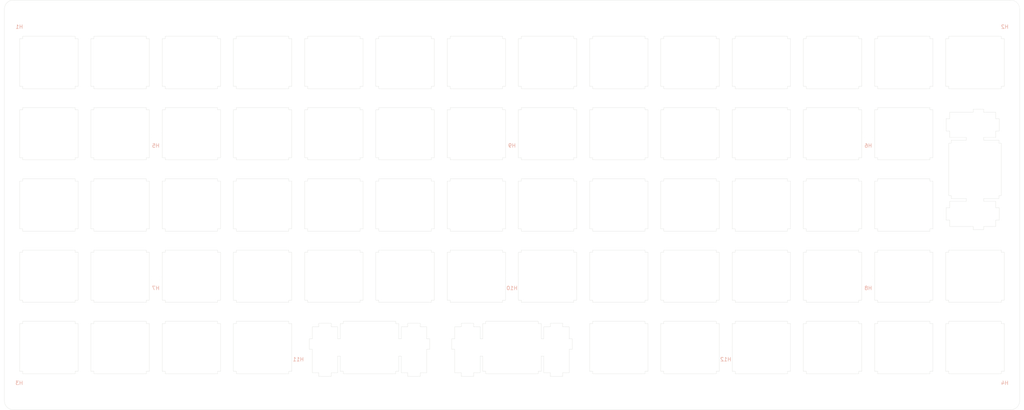
<source format=kicad_pcb>
(kicad_pcb (version 20171130) (host pcbnew "(5.1.4)-1")

  (general
    (thickness 1.6)
    (drawings 932)
    (tracks 0)
    (zones 0)
    (modules 12)
    (nets 1)
  )

  (page A4)
  (layers
    (0 F.Cu signal)
    (31 B.Cu signal)
    (32 B.Adhes user)
    (33 F.Adhes user)
    (34 B.Paste user)
    (35 F.Paste user)
    (36 B.SilkS user)
    (37 F.SilkS user)
    (38 B.Mask user)
    (39 F.Mask user)
    (40 Dwgs.User user)
    (41 Cmts.User user)
    (42 Eco1.User user)
    (43 Eco2.User user)
    (44 Edge.Cuts user)
    (45 Margin user)
    (46 B.CrtYd user)
    (47 F.CrtYd user)
    (48 B.Fab user)
    (49 F.Fab user)
  )

  (setup
    (last_trace_width 0.15)
    (user_trace_width 0.15)
    (user_trace_width 0.2)
    (user_trace_width 0.3)
    (user_trace_width 0.6)
    (trace_clearance 0.2)
    (zone_clearance 0.508)
    (zone_45_only no)
    (trace_min 0.127)
    (via_size 0.8)
    (via_drill 0.4)
    (via_min_size 0.45)
    (via_min_drill 0.2)
    (user_via 0.6 0.3)
    (user_via 0.9 0.4)
    (uvia_size 0.3)
    (uvia_drill 0.1)
    (uvias_allowed no)
    (uvia_min_size 0)
    (uvia_min_drill 0)
    (edge_width 0.04)
    (segment_width 0.255)
    (pcb_text_width 0.31)
    (pcb_text_size 1.53 1.53)
    (mod_edge_width 0.153)
    (mod_text_size 2.295 2.295)
    (mod_text_width 0.225)
    (pad_size 0.6 0.6)
    (pad_drill 0.3)
    (pad_to_mask_clearance 0.05)
    (solder_mask_min_width 0.254)
    (aux_axis_origin 0 0)
    (visible_elements 7FFFFFFF)
    (pcbplotparams
      (layerselection 0x011f2_ffffffff)
      (usegerberextensions true)
      (usegerberattributes false)
      (usegerberadvancedattributes true)
      (creategerberjobfile false)
      (excludeedgelayer true)
      (linewidth 0.154000)
      (plotframeref false)
      (viasonmask false)
      (mode 1)
      (useauxorigin false)
      (hpglpennumber 1)
      (hpglpenspeed 20)
      (hpglpendiameter 15.000000)
      (psnegative false)
      (psa4output false)
      (plotreference true)
      (plotvalue true)
      (plotinvisibletext false)
      (padsonsilk false)
      (subtractmaskfromsilk true)
      (outputformat 1)
      (mirror false)
      (drillshape 0)
      (scaleselection 1)
      (outputdirectory "../Gerbers/"))
  )

  (net 0 "")

  (net_class Default "This is the default net class."
    (clearance 0.2)
    (trace_width 0.254)
    (via_dia 0.8)
    (via_drill 0.4)
    (uvia_dia 0.3)
    (uvia_drill 0.1)
  )

  (net_class Power ""
    (clearance 0.2)
    (trace_width 0.381)
    (via_dia 0.8)
    (via_drill 0.4)
    (uvia_dia 0.3)
    (uvia_drill 0.1)
  )

  (module MountingHole:MountingHole_2mm (layer B.Cu) (tedit 5B924920) (tstamp 5F325BA4)
    (at 205.58125 148.43125)
    (descr "Mounting Hole 2mm, no annular")
    (tags "mounting hole 2mm no annular")
    (path /5F31662A)
    (attr virtual)
    (fp_text reference H12 (at 0 3.2) (layer B.SilkS)
      (effects (font (size 1 1) (thickness 0.15)) (justify mirror))
    )
    (fp_text value MountingHole (at 0 -3.1) (layer B.Fab)
      (effects (font (size 1 1) (thickness 0.15)) (justify mirror))
    )
    (fp_circle (center 0 0) (end 2.25 0) (layer B.CrtYd) (width 0.05))
    (fp_circle (center 0 0) (end 2 0) (layer Cmts.User) (width 0.15))
    (fp_text user %R (at 0.3 0) (layer B.Fab)
      (effects (font (size 1 1) (thickness 0.15)) (justify mirror))
    )
    (pad "" np_thru_hole circle (at 0 0) (size 2 2) (drill 2) (layers *.Cu *.Mask))
  )

  (module MountingHole:MountingHole_2mm (layer B.Cu) (tedit 5B924920) (tstamp 5F325B9C)
    (at 91.28125 148.43125)
    (descr "Mounting Hole 2mm, no annular")
    (tags "mounting hole 2mm no annular")
    (path /5F316624)
    (attr virtual)
    (fp_text reference H11 (at 0 3.2) (layer B.SilkS)
      (effects (font (size 1 1) (thickness 0.15)) (justify mirror))
    )
    (fp_text value MountingHole (at 0 -3.1) (layer B.Fab)
      (effects (font (size 1 1) (thickness 0.15)) (justify mirror))
    )
    (fp_circle (center 0 0) (end 2.25 0) (layer B.CrtYd) (width 0.05))
    (fp_circle (center 0 0) (end 2 0) (layer Cmts.User) (width 0.15))
    (fp_text user %R (at 0.3 0) (layer B.Fab)
      (effects (font (size 1 1) (thickness 0.15)) (justify mirror))
    )
    (pad "" np_thru_hole circle (at 0 0) (size 2 2) (drill 2) (layers *.Cu *.Mask))
  )

  (module MountingHole:MountingHole_2mm (layer B.Cu) (tedit 5B924920) (tstamp 5F325B94)
    (at 148.43125 129.38125)
    (descr "Mounting Hole 2mm, no annular")
    (tags "mounting hole 2mm no annular")
    (path /5F31661E)
    (attr virtual)
    (fp_text reference H10 (at 0 3.2) (layer B.SilkS)
      (effects (font (size 1 1) (thickness 0.15)) (justify mirror))
    )
    (fp_text value MountingHole (at 0 -3.1) (layer B.Fab)
      (effects (font (size 1 1) (thickness 0.15)) (justify mirror))
    )
    (fp_circle (center 0 0) (end 2.25 0) (layer B.CrtYd) (width 0.05))
    (fp_circle (center 0 0) (end 2 0) (layer Cmts.User) (width 0.15))
    (fp_text user %R (at 0.3 0) (layer B.Fab)
      (effects (font (size 1 1) (thickness 0.15)) (justify mirror))
    )
    (pad "" np_thru_hole circle (at 0 0) (size 2 2) (drill 2) (layers *.Cu *.Mask))
  )

  (module MountingHole:MountingHole_2mm (layer B.Cu) (tedit 5B924920) (tstamp 5F325B8C)
    (at 148.43125 91.28125)
    (descr "Mounting Hole 2mm, no annular")
    (tags "mounting hole 2mm no annular")
    (path /5F316618)
    (attr virtual)
    (fp_text reference H9 (at 0 3.2) (layer B.SilkS)
      (effects (font (size 1 1) (thickness 0.15)) (justify mirror))
    )
    (fp_text value MountingHole (at 0 -3.1) (layer B.Fab)
      (effects (font (size 1 1) (thickness 0.15)) (justify mirror))
    )
    (fp_circle (center 0 0) (end 2.25 0) (layer B.CrtYd) (width 0.05))
    (fp_circle (center 0 0) (end 2 0) (layer Cmts.User) (width 0.15))
    (fp_text user %R (at 0.3 0) (layer B.Fab)
      (effects (font (size 1 1) (thickness 0.15)) (justify mirror))
    )
    (pad "" np_thru_hole circle (at 0 0) (size 2 2) (drill 2) (layers *.Cu *.Mask))
  )

  (module MountingHole:MountingHole_2mm (layer B.Cu) (tedit 5B924920) (tstamp 5F325B84)
    (at 243.68125 129.38125)
    (descr "Mounting Hole 2mm, no annular")
    (tags "mounting hole 2mm no annular")
    (path /5F2B82E0)
    (attr virtual)
    (fp_text reference H8 (at 0 3.2) (layer B.SilkS)
      (effects (font (size 1 1) (thickness 0.15)) (justify mirror))
    )
    (fp_text value MountingHole (at 0 -3.1) (layer B.Fab)
      (effects (font (size 1 1) (thickness 0.15)) (justify mirror))
    )
    (fp_circle (center 0 0) (end 2.25 0) (layer B.CrtYd) (width 0.05))
    (fp_circle (center 0 0) (end 2 0) (layer Cmts.User) (width 0.15))
    (fp_text user %R (at 0.3 0) (layer B.Fab)
      (effects (font (size 1 1) (thickness 0.15)) (justify mirror))
    )
    (pad "" np_thru_hole circle (at 0 0) (size 2 2) (drill 2) (layers *.Cu *.Mask))
  )

  (module MountingHole:MountingHole_2mm (layer B.Cu) (tedit 5B924920) (tstamp 5F325B7C)
    (at 53.18125 129.38125)
    (descr "Mounting Hole 2mm, no annular")
    (tags "mounting hole 2mm no annular")
    (path /5F2A8030)
    (attr virtual)
    (fp_text reference H7 (at 0 3.2) (layer B.SilkS)
      (effects (font (size 1 1) (thickness 0.15)) (justify mirror))
    )
    (fp_text value MountingHole (at 0 -3.1) (layer B.Fab)
      (effects (font (size 1 1) (thickness 0.15)) (justify mirror))
    )
    (fp_circle (center 0 0) (end 2.25 0) (layer B.CrtYd) (width 0.05))
    (fp_circle (center 0 0) (end 2 0) (layer Cmts.User) (width 0.15))
    (fp_text user %R (at 0.3 0) (layer B.Fab)
      (effects (font (size 1 1) (thickness 0.15)) (justify mirror))
    )
    (pad "" np_thru_hole circle (at 0 0) (size 2 2) (drill 2) (layers *.Cu *.Mask))
  )

  (module MountingHole:MountingHole_2mm (layer B.Cu) (tedit 5B924920) (tstamp 5F325B74)
    (at 243.68125 91.28125)
    (descr "Mounting Hole 2mm, no annular")
    (tags "mounting hole 2mm no annular")
    (path /5F297D56)
    (attr virtual)
    (fp_text reference H6 (at 0 3.2) (layer B.SilkS)
      (effects (font (size 1 1) (thickness 0.15)) (justify mirror))
    )
    (fp_text value MountingHole (at 0 -3.1) (layer B.Fab)
      (effects (font (size 1 1) (thickness 0.15)) (justify mirror))
    )
    (fp_circle (center 0 0) (end 2.25 0) (layer B.CrtYd) (width 0.05))
    (fp_circle (center 0 0) (end 2 0) (layer Cmts.User) (width 0.15))
    (fp_text user %R (at 0.3 0) (layer B.Fab)
      (effects (font (size 1 1) (thickness 0.15)) (justify mirror))
    )
    (pad "" np_thru_hole circle (at 0 0) (size 2 2) (drill 2) (layers *.Cu *.Mask))
  )

  (module MountingHole:MountingHole_2mm (layer B.Cu) (tedit 5B924920) (tstamp 5F325B6C)
    (at 53.18125 91.28125)
    (descr "Mounting Hole 2mm, no annular")
    (tags "mounting hole 2mm no annular")
    (path /5F287B05)
    (attr virtual)
    (fp_text reference H5 (at 0 3.2) (layer B.SilkS)
      (effects (font (size 1 1) (thickness 0.15)) (justify mirror))
    )
    (fp_text value MountingHole (at 0 -3.1) (layer B.Fab)
      (effects (font (size 1 1) (thickness 0.15)) (justify mirror))
    )
    (fp_circle (center 0 0) (end 2.25 0) (layer B.CrtYd) (width 0.05))
    (fp_circle (center 0 0) (end 2 0) (layer Cmts.User) (width 0.15))
    (fp_text user %R (at 0.3 0) (layer B.Fab)
      (effects (font (size 1 1) (thickness 0.15)) (justify mirror))
    )
    (pad "" np_thru_hole circle (at 0 0) (size 2 2) (drill 2) (layers *.Cu *.Mask))
  )

  (module MountingHole:MountingHole_2mm (layer B.Cu) (tedit 5B924920) (tstamp 5F325B64)
    (at 280.19375 161.13125)
    (descr "Mounting Hole 2mm, no annular")
    (tags "mounting hole 2mm no annular")
    (path /5F277882)
    (attr virtual)
    (fp_text reference H4 (at 0 -3.175) (layer B.SilkS)
      (effects (font (size 1 1) (thickness 0.15)) (justify mirror))
    )
    (fp_text value MountingHole (at 0 -3.1) (layer B.Fab)
      (effects (font (size 1 1) (thickness 0.15)) (justify mirror))
    )
    (fp_circle (center 0 0) (end 2.25 0) (layer B.CrtYd) (width 0.05))
    (fp_circle (center 0 0) (end 2 0) (layer Cmts.User) (width 0.15))
    (fp_text user %R (at 0.3 0) (layer B.Fab)
      (effects (font (size 1 1) (thickness 0.15)) (justify mirror))
    )
    (pad "" np_thru_hole circle (at 0 0) (size 2 2) (drill 2) (layers *.Cu *.Mask))
  )

  (module MountingHole:MountingHole_2mm (layer B.Cu) (tedit 5B924920) (tstamp 5F325B5C)
    (at 16.66875 161.13125)
    (descr "Mounting Hole 2mm, no annular")
    (tags "mounting hole 2mm no annular")
    (path /5F26714F)
    (attr virtual)
    (fp_text reference H3 (at 0 -3.175) (layer B.SilkS)
      (effects (font (size 1 1) (thickness 0.15)) (justify mirror))
    )
    (fp_text value MountingHole (at 0 -3.1) (layer B.Fab)
      (effects (font (size 1 1) (thickness 0.15)) (justify mirror))
    )
    (fp_circle (center 0 0) (end 2.25 0) (layer B.CrtYd) (width 0.05))
    (fp_circle (center 0 0) (end 2 0) (layer Cmts.User) (width 0.15))
    (fp_text user %R (at 0.3 0) (layer B.Fab)
      (effects (font (size 1 1) (thickness 0.15)) (justify mirror))
    )
    (pad "" np_thru_hole circle (at 0 0) (size 2 2) (drill 2) (layers *.Cu *.Mask))
  )

  (module MountingHole:MountingHole_2mm (layer B.Cu) (tedit 5B924920) (tstamp 5F325B54)
    (at 280.19375 59.53125)
    (descr "Mounting Hole 2mm, no annular")
    (tags "mounting hole 2mm no annular")
    (path /5F256F31)
    (attr virtual)
    (fp_text reference H2 (at 0 3.175) (layer B.SilkS)
      (effects (font (size 1 1) (thickness 0.15)) (justify mirror))
    )
    (fp_text value MountingHole (at 0 -3.1) (layer B.Fab)
      (effects (font (size 1 1) (thickness 0.15)) (justify mirror))
    )
    (fp_circle (center 0 0) (end 2.25 0) (layer B.CrtYd) (width 0.05))
    (fp_circle (center 0 0) (end 2 0) (layer Cmts.User) (width 0.15))
    (fp_text user %R (at 0.3 0) (layer B.Fab)
      (effects (font (size 1 1) (thickness 0.15)) (justify mirror))
    )
    (pad "" np_thru_hole circle (at 0 0) (size 2 2) (drill 2) (layers *.Cu *.Mask))
  )

  (module MountingHole:MountingHole_2mm (layer B.Cu) (tedit 5B924920) (tstamp 5F32E9B0)
    (at 16.66875 59.53125)
    (descr "Mounting Hole 2mm, no annular")
    (tags "mounting hole 2mm no annular")
    (path /5F254E37)
    (attr virtual)
    (fp_text reference H1 (at 0 3.175) (layer B.SilkS)
      (effects (font (size 1 1) (thickness 0.15)) (justify mirror))
    )
    (fp_text value MountingHole (at 0 -3.1) (layer B.Fab)
      (effects (font (size 1 1) (thickness 0.15)) (justify mirror))
    )
    (fp_circle (center 0 0) (end 2.25 0) (layer B.CrtYd) (width 0.05))
    (fp_circle (center 0 0) (end 2 0) (layer Cmts.User) (width 0.15))
    (fp_text user %R (at 0.3 0) (layer B.Fab)
      (effects (font (size 1 1) (thickness 0.15)) (justify mirror))
    )
    (pad "" np_thru_hole circle (at 0 0) (size 2 2) (drill 2) (layers *.Cu *.Mask))
  )

  (gr_line (start 131.8878 84.8995) (end 131.0888 84.8995) (layer Edge.Cuts) (width 0.05))
  (gr_line (start 164.9388 97.7001) (end 165.7398 97.7001) (layer Edge.Cuts) (width 0.05))
  (gr_line (start 150.9398 97.7001) (end 150.9398 98.2994) (layer Edge.Cuts) (width 0.05))
  (gr_line (start 131.0888 97.7001) (end 131.8878 97.7001) (layer Edge.Cuts) (width 0.05))
  (gr_line (start 169.1888 97.7001) (end 169.9898 97.7001) (layer Edge.Cuts) (width 0.05))
  (gr_line (start 183.9888 84.8995) (end 183.9888 84.3001) (layer Edge.Cuts) (width 0.05))
  (gr_line (start 169.9898 84.3001) (end 169.9898 84.8995) (layer Edge.Cuts) (width 0.05))
  (gr_line (start 131.0888 84.8995) (end 131.0888 97.7001) (layer Edge.Cuts) (width 0.05))
  (gr_line (start 150.1388 84.8995) (end 150.1388 97.7001) (layer Edge.Cuts) (width 0.05))
  (gr_line (start 131.8878 84.3001) (end 131.8878 84.8995) (layer Edge.Cuts) (width 0.05))
  (gr_line (start 164.9388 84.3001) (end 150.9398 84.3001) (layer Edge.Cuts) (width 0.05))
  (gr_line (start 164.9388 84.8995) (end 164.9388 84.3001) (layer Edge.Cuts) (width 0.05))
  (gr_line (start 165.7398 84.8995) (end 164.9388 84.8995) (layer Edge.Cuts) (width 0.05))
  (gr_line (start 164.9388 98.2994) (end 164.9388 97.7001) (layer Edge.Cuts) (width 0.05))
  (gr_line (start 169.9898 98.2994) (end 183.9888 98.2994) (layer Edge.Cuts) (width 0.05))
  (gr_line (start 184.7898 97.7001) (end 184.7898 84.8995) (layer Edge.Cuts) (width 0.05))
  (gr_line (start 183.9888 98.2994) (end 183.9888 97.7001) (layer Edge.Cuts) (width 0.05))
  (gr_line (start 165.7398 97.7001) (end 165.7398 84.8995) (layer Edge.Cuts) (width 0.05))
  (gr_line (start 150.9398 98.2994) (end 164.9388 98.2994) (layer Edge.Cuts) (width 0.05))
  (gr_line (start 150.1388 97.7001) (end 150.9398 97.7001) (layer Edge.Cuts) (width 0.05))
  (gr_line (start 150.9398 84.8995) (end 150.1388 84.8995) (layer Edge.Cuts) (width 0.05))
  (gr_line (start 150.9398 84.3001) (end 150.9398 84.8995) (layer Edge.Cuts) (width 0.05))
  (gr_line (start 183.9888 84.3001) (end 169.9898 84.3001) (layer Edge.Cuts) (width 0.05))
  (gr_line (start 184.7898 84.8995) (end 183.9888 84.8995) (layer Edge.Cuts) (width 0.05))
  (gr_line (start 183.9888 97.7001) (end 184.7898 97.7001) (layer Edge.Cuts) (width 0.05))
  (gr_line (start 169.9898 97.7001) (end 169.9898 98.2994) (layer Edge.Cuts) (width 0.05))
  (gr_line (start 169.1888 84.8995) (end 169.1888 97.7001) (layer Edge.Cuts) (width 0.05))
  (gr_line (start 169.9898 84.8995) (end 169.1888 84.8995) (layer Edge.Cuts) (width 0.05))
  (gr_line (start 138.1638 141.9999) (end 134.8648 141.9999) (layer Edge.Cuts) (width 0.05))
  (gr_line (start 141.4148 141.4501) (end 141.4148 142.0495) (layer Edge.Cuts) (width 0.05))
  (gr_line (start 139.8888 142.9204) (end 138.1638 142.9204) (layer Edge.Cuts) (width 0.05))
  (gr_line (start 133.1378 155.21943) (end 134.8648 155.21943) (layer Edge.Cuts) (width 0.05))
  (gr_line (start 158.6648 141.9999) (end 158.6648 142.9204) (layer Edge.Cuts) (width 0.05))
  (gr_line (start 161.9638 141.9999) (end 158.6648 141.9999) (layer Edge.Cuts) (width 0.05))
  (gr_line (start 163.6888 142.9204) (end 161.9638 142.9204) (layer Edge.Cuts) (width 0.05))
  (gr_line (start 163.6888 146.1506) (end 163.6888 142.9204) (layer Edge.Cuts) (width 0.05))
  (gr_line (start 155.4138 155.44956) (end 155.4138 154.85012) (layer Edge.Cuts) (width 0.05))
  (gr_line (start 158.6648 155.21943) (end 158.6648 156.20059) (layer Edge.Cuts) (width 0.05))
  (gr_line (start 141.4148 155.44956) (end 155.4138 155.44956) (layer Edge.Cuts) (width 0.05))
  (gr_line (start 161.9638 155.21943) (end 163.6888 155.21943) (layer Edge.Cuts) (width 0.05))
  (gr_line (start 140.6138 154.85012) (end 141.4148 154.85012) (layer Edge.Cuts) (width 0.05))
  (gr_line (start 155.4138 154.85012) (end 156.2148 154.85012) (layer Edge.Cuts) (width 0.05))
  (gr_line (start 156.9398 155.21943) (end 158.6648 155.21943) (layer Edge.Cuts) (width 0.05))
  (gr_line (start 156.2148 150.75047) (end 156.9398 150.75047) (layer Edge.Cuts) (width 0.05))
  (gr_line (start 133.1378 148.94936) (end 133.1378 155.21943) (layer Edge.Cuts) (width 0.05))
  (gr_line (start 132.3138 148.94936) (end 133.1378 148.94936) (layer Edge.Cuts) (width 0.05))
  (gr_line (start 134.8648 142.9204) (end 133.1378 142.9204) (layer Edge.Cuts) (width 0.05))
  (gr_line (start 138.1638 142.9204) (end 138.1638 141.9999) (layer Edge.Cuts) (width 0.05))
  (gr_line (start 141.4148 142.0495) (end 140.6138 142.0495) (layer Edge.Cuts) (width 0.05))
  (gr_line (start 140.6138 142.0495) (end 140.6138 146.1506) (layer Edge.Cuts) (width 0.05))
  (gr_line (start 164.5148 146.1506) (end 163.6888 146.1506) (layer Edge.Cuts) (width 0.05))
  (gr_line (start 156.2148 154.85012) (end 156.2148 150.75047) (layer Edge.Cuts) (width 0.05))
  (gr_line (start 138.1638 156.20059) (end 138.1638 155.21943) (layer Edge.Cuts) (width 0.05))
  (gr_line (start 134.8648 155.21943) (end 134.8648 156.20059) (layer Edge.Cuts) (width 0.05))
  (gr_line (start 134.8648 141.9999) (end 134.8648 142.9204) (layer Edge.Cuts) (width 0.05))
  (gr_line (start 132.3138 146.1506) (end 132.3138 148.94936) (layer Edge.Cuts) (width 0.05))
  (gr_line (start 156.9398 146.1506) (end 156.2148 146.1506) (layer Edge.Cuts) (width 0.05))
  (gr_line (start 156.9398 142.9204) (end 156.9398 146.1506) (layer Edge.Cuts) (width 0.05))
  (gr_line (start 164.5148 148.94936) (end 164.5148 146.1506) (layer Edge.Cuts) (width 0.05))
  (gr_line (start 161.9638 156.20059) (end 161.9638 155.21943) (layer Edge.Cuts) (width 0.05))
  (gr_line (start 141.4148 154.85012) (end 141.4148 155.44956) (layer Edge.Cuts) (width 0.05))
  (gr_line (start 139.8888 150.75047) (end 140.6138 150.75047) (layer Edge.Cuts) (width 0.05))
  (gr_line (start 140.6138 146.1506) (end 139.8888 146.1506) (layer Edge.Cuts) (width 0.05))
  (gr_line (start 161.9638 142.9204) (end 161.9638 141.9999) (layer Edge.Cuts) (width 0.05))
  (gr_line (start 158.6648 156.20059) (end 161.9638 156.20059) (layer Edge.Cuts) (width 0.05))
  (gr_line (start 139.8888 146.1506) (end 139.8888 142.9204) (layer Edge.Cuts) (width 0.05))
  (gr_line (start 138.1638 155.21943) (end 139.8888 155.21943) (layer Edge.Cuts) (width 0.05))
  (gr_line (start 163.6888 148.94936) (end 164.5148 148.94936) (layer Edge.Cuts) (width 0.05))
  (gr_line (start 133.1378 142.9204) (end 133.1378 146.1506) (layer Edge.Cuts) (width 0.05))
  (gr_line (start 158.6648 142.9204) (end 156.9398 142.9204) (layer Edge.Cuts) (width 0.05))
  (gr_line (start 134.8648 156.20059) (end 138.1638 156.20059) (layer Edge.Cuts) (width 0.05))
  (gr_line (start 139.8888 155.21943) (end 139.8888 150.75047) (layer Edge.Cuts) (width 0.05))
  (gr_line (start 163.6888 155.21943) (end 163.6888 148.94936) (layer Edge.Cuts) (width 0.05))
  (gr_line (start 156.9398 150.75047) (end 156.9398 155.21943) (layer Edge.Cuts) (width 0.05))
  (gr_line (start 140.6138 150.75047) (end 140.6138 154.85012) (layer Edge.Cuts) (width 0.05))
  (gr_line (start 133.1378 146.1506) (end 132.3138 146.1506) (layer Edge.Cuts) (width 0.05))
  (gr_line (start 183.9888 122.4002) (end 169.9898 122.4002) (layer Edge.Cuts) (width 0.05))
  (gr_line (start 203.0388 122.4002) (end 189.0398 122.4002) (layer Edge.Cuts) (width 0.05))
  (gr_line (start 183.9888 135.8001) (end 184.7898 135.8001) (layer Edge.Cuts) (width 0.05))
  (gr_line (start 169.9898 122.4002) (end 169.9898 122.9995) (layer Edge.Cuts) (width 0.05))
  (gr_line (start 203.0388 122.9995) (end 203.0388 122.4002) (layer Edge.Cuts) (width 0.05))
  (gr_line (start 169.9898 136.3996) (end 183.9888 136.3996) (layer Edge.Cuts) (width 0.05))
  (gr_line (start 203.8398 135.8001) (end 203.8398 122.9995) (layer Edge.Cuts) (width 0.05))
  (gr_line (start 146.6898 122.9995) (end 145.8888 122.9995) (layer Edge.Cuts) (width 0.05))
  (gr_line (start 93.7895 136.3996) (end 107.7888 136.3996) (layer Edge.Cuts) (width 0.05))
  (gr_line (start 150.1388 135.8001) (end 150.9398 135.8001) (layer Edge.Cuts) (width 0.05))
  (gr_line (start 146.6898 135.8001) (end 146.6898 122.9995) (layer Edge.Cuts) (width 0.05))
  (gr_line (start 93.7895 135.8001) (end 93.7895 136.3996) (layer Edge.Cuts) (width 0.05))
  (gr_line (start 112.0387 122.9995) (end 112.0387 135.8001) (layer Edge.Cuts) (width 0.05))
  (gr_line (start 145.8888 136.3996) (end 145.8888 135.8001) (layer Edge.Cuts) (width 0.05))
  (gr_line (start 145.8888 135.8001) (end 146.6898 135.8001) (layer Edge.Cuts) (width 0.05))
  (gr_line (start 93.7895 122.4002) (end 93.7895 122.9995) (layer Edge.Cuts) (width 0.05))
  (gr_line (start 127.6378 122.9995) (end 126.8388 122.9995) (layer Edge.Cuts) (width 0.05))
  (gr_line (start 126.8388 135.8001) (end 127.6378 135.8001) (layer Edge.Cuts) (width 0.05))
  (gr_line (start 189.0398 136.3996) (end 203.0388 136.3996) (layer Edge.Cuts) (width 0.05))
  (gr_line (start 126.8388 136.3996) (end 126.8388 135.8001) (layer Edge.Cuts) (width 0.05))
  (gr_line (start 112.0387 135.8001) (end 112.8381 135.8001) (layer Edge.Cuts) (width 0.05))
  (gr_line (start 112.8381 122.4002) (end 112.8381 122.9995) (layer Edge.Cuts) (width 0.05))
  (gr_line (start 131.8878 122.4002) (end 131.8878 122.9995) (layer Edge.Cuts) (width 0.05))
  (gr_line (start 145.8888 122.4002) (end 131.8878 122.4002) (layer Edge.Cuts) (width 0.05))
  (gr_line (start 145.8888 122.9995) (end 145.8888 122.4002) (layer Edge.Cuts) (width 0.05))
  (gr_line (start 150.1388 122.9995) (end 150.1388 135.8001) (layer Edge.Cuts) (width 0.05))
  (gr_line (start 184.7898 122.9995) (end 183.9888 122.9995) (layer Edge.Cuts) (width 0.05))
  (gr_line (start 183.9888 136.3996) (end 183.9888 135.8001) (layer Edge.Cuts) (width 0.05))
  (gr_line (start 169.9898 122.9995) (end 169.1888 122.9995) (layer Edge.Cuts) (width 0.05))
  (gr_line (start 169.1888 122.9995) (end 169.1888 135.8001) (layer Edge.Cuts) (width 0.05))
  (gr_line (start 150.9398 122.9995) (end 150.1388 122.9995) (layer Edge.Cuts) (width 0.05))
  (gr_line (start 107.7888 136.3996) (end 107.7888 135.8001) (layer Edge.Cuts) (width 0.05))
  (gr_line (start 92.9887 135.8001) (end 93.7895 135.8001) (layer Edge.Cuts) (width 0.05))
  (gr_line (start 92.9887 122.9995) (end 92.9887 135.8001) (layer Edge.Cuts) (width 0.05))
  (gr_line (start 126.8388 122.9995) (end 126.8388 122.4002) (layer Edge.Cuts) (width 0.05))
  (gr_line (start 184.7898 135.8001) (end 184.7898 122.9995) (layer Edge.Cuts) (width 0.05))
  (gr_line (start 150.9398 135.8001) (end 150.9398 136.3996) (layer Edge.Cuts) (width 0.05))
  (gr_line (start 203.8398 122.9995) (end 203.0388 122.9995) (layer Edge.Cuts) (width 0.05))
  (gr_line (start 150.9398 122.4002) (end 150.9398 122.9995) (layer Edge.Cuts) (width 0.05))
  (gr_line (start 203.0388 135.8001) (end 203.8398 135.8001) (layer Edge.Cuts) (width 0.05))
  (gr_line (start 164.9388 136.3996) (end 164.9388 135.8001) (layer Edge.Cuts) (width 0.05))
  (gr_line (start 93.7895 122.9995) (end 92.9887 122.9995) (layer Edge.Cuts) (width 0.05))
  (gr_line (start 127.6378 135.8001) (end 127.6378 122.9995) (layer Edge.Cuts) (width 0.05))
  (gr_line (start 131.8878 122.9995) (end 131.0888 122.9995) (layer Edge.Cuts) (width 0.05))
  (gr_line (start 203.0388 136.3996) (end 203.0388 135.8001) (layer Edge.Cuts) (width 0.05))
  (gr_line (start 164.9388 122.4002) (end 150.9398 122.4002) (layer Edge.Cuts) (width 0.05))
  (gr_line (start 169.1888 135.8001) (end 169.9898 135.8001) (layer Edge.Cuts) (width 0.05))
  (gr_line (start 165.7398 122.9995) (end 164.9388 122.9995) (layer Edge.Cuts) (width 0.05))
  (gr_line (start 131.0888 135.8001) (end 131.8878 135.8001) (layer Edge.Cuts) (width 0.05))
  (gr_line (start 112.8381 136.3996) (end 126.8388 136.3996) (layer Edge.Cuts) (width 0.05))
  (gr_line (start 169.9898 135.8001) (end 169.9898 136.3996) (layer Edge.Cuts) (width 0.05))
  (gr_line (start 189.0398 135.8001) (end 189.0398 136.3996) (layer Edge.Cuts) (width 0.05))
  (gr_line (start 131.8878 135.8001) (end 131.8878 136.3996) (layer Edge.Cuts) (width 0.05))
  (gr_line (start 164.9388 135.8001) (end 165.7398 135.8001) (layer Edge.Cuts) (width 0.05))
  (gr_line (start 183.9888 122.9995) (end 183.9888 122.4002) (layer Edge.Cuts) (width 0.05))
  (gr_line (start 188.2388 135.8001) (end 189.0398 135.8001) (layer Edge.Cuts) (width 0.05))
  (gr_line (start 126.8388 122.4002) (end 112.8381 122.4002) (layer Edge.Cuts) (width 0.05))
  (gr_line (start 112.8381 135.8001) (end 112.8381 136.3996) (layer Edge.Cuts) (width 0.05))
  (gr_line (start 150.9398 136.3996) (end 164.9388 136.3996) (layer Edge.Cuts) (width 0.05))
  (gr_line (start 165.7398 135.8001) (end 165.7398 122.9995) (layer Edge.Cuts) (width 0.05))
  (gr_line (start 112.8381 122.9995) (end 112.0387 122.9995) (layer Edge.Cuts) (width 0.05))
  (gr_line (start 131.8878 136.3996) (end 145.8888 136.3996) (layer Edge.Cuts) (width 0.05))
  (gr_line (start 131.0888 122.9995) (end 131.0888 135.8001) (layer Edge.Cuts) (width 0.05))
  (gr_line (start 164.9388 122.9995) (end 164.9388 122.4002) (layer Edge.Cuts) (width 0.05))
  (gr_line (start 246.1898 122.9995) (end 245.3888 122.9995) (layer Edge.Cuts) (width 0.05))
  (gr_line (start 241.9398 135.8001) (end 241.9398 122.9995) (layer Edge.Cuts) (width 0.05))
  (gr_line (start 17.58945 142.0495) (end 16.78881 142.0495) (layer Edge.Cuts) (width 0.05))
  (gr_line (start 260.9898 122.9995) (end 260.1888 122.9995) (layer Edge.Cuts) (width 0.05))
  (gr_line (start 246.1898 136.3996) (end 260.1888 136.3996) (layer Edge.Cuts) (width 0.05))
  (gr_line (start 17.58945 155.44956) (end 31.589 155.44956) (layer Edge.Cuts) (width 0.05))
  (gr_line (start 245.3888 122.9995) (end 245.3888 135.8001) (layer Edge.Cuts) (width 0.05))
  (gr_line (start 279.2388 135.8001) (end 280.0398 135.8001) (layer Edge.Cuts) (width 0.05))
  (gr_line (start 31.589 142.0495) (end 31.589 141.4501) (layer Edge.Cuts) (width 0.05))
  (gr_line (start 31.589 155.44956) (end 31.589 154.85012) (layer Edge.Cuts) (width 0.05))
  (gr_line (start 227.1398 122.4002) (end 227.1398 122.9995) (layer Edge.Cuts) (width 0.05))
  (gr_line (start 16.78881 142.0495) (end 16.78881 154.85012) (layer Edge.Cuts) (width 0.05))
  (gr_line (start 245.3888 135.8001) (end 246.1898 135.8001) (layer Edge.Cuts) (width 0.05))
  (gr_line (start 188.2388 122.9995) (end 188.2388 135.8001) (layer Edge.Cuts) (width 0.05))
  (gr_line (start 189.0398 122.9995) (end 188.2388 122.9995) (layer Edge.Cuts) (width 0.05))
  (gr_line (start 189.0398 122.4002) (end 189.0398 122.9995) (layer Edge.Cuts) (width 0.05))
  (gr_line (start 222.0888 122.4002) (end 208.0898 122.4002) (layer Edge.Cuts) (width 0.05))
  (gr_line (start 222.0888 122.9995) (end 222.0888 122.4002) (layer Edge.Cuts) (width 0.05))
  (gr_line (start 227.1398 136.3996) (end 241.1388 136.3996) (layer Edge.Cuts) (width 0.05))
  (gr_line (start 279.2388 122.4002) (end 265.2398 122.4002) (layer Edge.Cuts) (width 0.05))
  (gr_line (start 222.8898 122.9995) (end 222.0888 122.9995) (layer Edge.Cuts) (width 0.05))
  (gr_line (start 222.8898 135.8001) (end 222.8898 122.9995) (layer Edge.Cuts) (width 0.05))
  (gr_line (start 264.4388 122.9995) (end 264.4388 135.8001) (layer Edge.Cuts) (width 0.05))
  (gr_line (start 222.0888 135.8001) (end 222.8898 135.8001) (layer Edge.Cuts) (width 0.05))
  (gr_line (start 222.0888 136.3996) (end 222.0888 135.8001) (layer Edge.Cuts) (width 0.05))
  (gr_line (start 208.0898 136.3996) (end 222.0888 136.3996) (layer Edge.Cuts) (width 0.05))
  (gr_line (start 208.0898 135.8001) (end 208.0898 136.3996) (layer Edge.Cuts) (width 0.05))
  (gr_line (start 207.2888 135.8001) (end 208.0898 135.8001) (layer Edge.Cuts) (width 0.05))
  (gr_line (start 207.2888 122.9995) (end 207.2888 135.8001) (layer Edge.Cuts) (width 0.05))
  (gr_line (start 208.0898 122.9995) (end 207.2888 122.9995) (layer Edge.Cuts) (width 0.05))
  (gr_line (start 208.0898 122.4002) (end 208.0898 122.9995) (layer Edge.Cuts) (width 0.05))
  (gr_line (start 32.3896 154.85012) (end 32.3896 142.0495) (layer Edge.Cuts) (width 0.05))
  (gr_line (start 32.3896 142.0495) (end 31.589 142.0495) (layer Edge.Cuts) (width 0.05))
  (gr_line (start 17.58945 141.4501) (end 17.58945 142.0495) (layer Edge.Cuts) (width 0.05))
  (gr_line (start 226.3388 135.8001) (end 227.1398 135.8001) (layer Edge.Cuts) (width 0.05))
  (gr_line (start 227.1398 122.9995) (end 226.3388 122.9995) (layer Edge.Cuts) (width 0.05))
  (gr_line (start 280.0398 122.9995) (end 279.2388 122.9995) (layer Edge.Cuts) (width 0.05))
  (gr_line (start 50.6388 141.4501) (end 36.6395 141.4501) (layer Edge.Cuts) (width 0.05))
  (gr_line (start 31.589 154.85012) (end 32.3896 154.85012) (layer Edge.Cuts) (width 0.05))
  (gr_line (start 241.1388 122.4002) (end 227.1398 122.4002) (layer Edge.Cuts) (width 0.05))
  (gr_line (start 260.1888 135.8001) (end 260.9898 135.8001) (layer Edge.Cuts) (width 0.05))
  (gr_line (start 260.9898 135.8001) (end 260.9898 122.9995) (layer Edge.Cuts) (width 0.05))
  (gr_line (start 265.2398 122.9995) (end 264.4388 122.9995) (layer Edge.Cuts) (width 0.05))
  (gr_line (start 17.58945 154.85012) (end 17.58945 155.44956) (layer Edge.Cuts) (width 0.05))
  (gr_line (start 260.1888 122.9995) (end 260.1888 122.4002) (layer Edge.Cuts) (width 0.05))
  (gr_line (start 226.3388 122.9995) (end 226.3388 135.8001) (layer Edge.Cuts) (width 0.05))
  (gr_line (start 260.1888 136.3996) (end 260.1888 135.8001) (layer Edge.Cuts) (width 0.05))
  (gr_line (start 31.589 141.4501) (end 17.58945 141.4501) (layer Edge.Cuts) (width 0.05))
  (gr_line (start 280.0398 135.8001) (end 280.0398 122.9995) (layer Edge.Cuts) (width 0.05))
  (gr_line (start 241.1388 122.9995) (end 241.1388 122.4002) (layer Edge.Cuts) (width 0.05))
  (gr_line (start 241.9398 122.9995) (end 241.1388 122.9995) (layer Edge.Cuts) (width 0.05))
  (gr_line (start 227.1398 135.8001) (end 227.1398 136.3996) (layer Edge.Cuts) (width 0.05))
  (gr_line (start 279.2388 122.9995) (end 279.2388 122.4002) (layer Edge.Cuts) (width 0.05))
  (gr_line (start 265.2398 135.8001) (end 265.2398 136.3996) (layer Edge.Cuts) (width 0.05))
  (gr_line (start 241.1388 135.8001) (end 241.9398 135.8001) (layer Edge.Cuts) (width 0.05))
  (gr_line (start 241.1388 136.3996) (end 241.1388 135.8001) (layer Edge.Cuts) (width 0.05))
  (gr_line (start 260.1888 122.4002) (end 246.1898 122.4002) (layer Edge.Cuts) (width 0.05))
  (gr_line (start 246.1898 135.8001) (end 246.1898 136.3996) (layer Edge.Cuts) (width 0.05))
  (gr_line (start 279.2388 136.3996) (end 279.2388 135.8001) (layer Edge.Cuts) (width 0.05))
  (gr_line (start 246.1898 122.4002) (end 246.1898 122.9995) (layer Edge.Cuts) (width 0.05))
  (gr_line (start 264.4388 135.8001) (end 265.2398 135.8001) (layer Edge.Cuts) (width 0.05))
  (gr_line (start 265.2398 136.3996) (end 279.2388 136.3996) (layer Edge.Cuts) (width 0.05))
  (gr_line (start 265.2398 122.4002) (end 265.2398 122.9995) (layer Edge.Cuts) (width 0.05))
  (gr_line (start 16.78881 154.85012) (end 17.58945 154.85012) (layer Edge.Cuts) (width 0.05))
  (gr_line (start 203.8398 154.85012) (end 203.8398 142.0495) (layer Edge.Cuts) (width 0.05))
  (gr_line (start 69.6888 154.85012) (end 70.4896 154.85012) (layer Edge.Cuts) (width 0.05))
  (gr_line (start 183.9888 142.0495) (end 183.9888 141.4501) (layer Edge.Cuts) (width 0.05))
  (gr_line (start 54.8887 154.85012) (end 55.6895 154.85012) (layer Edge.Cuts) (width 0.05))
  (gr_line (start 50.6388 142.0495) (end 50.6388 141.4501) (layer Edge.Cuts) (width 0.05))
  (gr_line (start 222.8898 142.0495) (end 222.0888 142.0495) (layer Edge.Cuts) (width 0.05))
  (gr_line (start 51.4396 142.0495) (end 50.6388 142.0495) (layer Edge.Cuts) (width 0.05))
  (gr_line (start 55.6895 141.4501) (end 55.6895 142.0495) (layer Edge.Cuts) (width 0.05))
  (gr_line (start 169.9898 154.85012) (end 169.9898 155.44956) (layer Edge.Cuts) (width 0.05))
  (gr_line (start 189.0398 142.0495) (end 188.2388 142.0495) (layer Edge.Cuts) (width 0.05))
  (gr_line (start 36.6395 155.44956) (end 50.6388 155.44956) (layer Edge.Cuts) (width 0.05))
  (gr_line (start 70.4896 142.0495) (end 69.6888 142.0495) (layer Edge.Cuts) (width 0.05))
  (gr_line (start 55.6895 142.0495) (end 54.8887 142.0495) (layer Edge.Cuts) (width 0.05))
  (gr_line (start 88.7388 141.4501) (end 74.7395 141.4501) (layer Edge.Cuts) (width 0.05))
  (gr_line (start 55.6895 155.44956) (end 69.6888 155.44956) (layer Edge.Cuts) (width 0.05))
  (gr_line (start 88.7388 142.0495) (end 88.7388 141.4501) (layer Edge.Cuts) (width 0.05))
  (gr_line (start 169.9898 141.4501) (end 169.9898 142.0495) (layer Edge.Cuts) (width 0.05))
  (gr_line (start 89.5396 142.0495) (end 88.7388 142.0495) (layer Edge.Cuts) (width 0.05))
  (gr_line (start 203.0388 141.4501) (end 189.0398 141.4501) (layer Edge.Cuts) (width 0.05))
  (gr_line (start 183.9888 155.44956) (end 183.9888 154.85012) (layer Edge.Cuts) (width 0.05))
  (gr_line (start 203.8398 142.0495) (end 203.0388 142.0495) (layer Edge.Cuts) (width 0.05))
  (gr_line (start 184.7898 142.0495) (end 183.9888 142.0495) (layer Edge.Cuts) (width 0.05))
  (gr_line (start 169.9898 142.0495) (end 169.1888 142.0495) (layer Edge.Cuts) (width 0.05))
  (gr_line (start 74.7395 155.44956) (end 88.7388 155.44956) (layer Edge.Cuts) (width 0.05))
  (gr_line (start 89.5396 154.85012) (end 89.5396 142.0495) (layer Edge.Cuts) (width 0.05))
  (gr_line (start 189.0398 141.4501) (end 189.0398 142.0495) (layer Edge.Cuts) (width 0.05))
  (gr_line (start 222.0888 154.85012) (end 222.8898 154.85012) (layer Edge.Cuts) (width 0.05))
  (gr_line (start 169.9898 155.44956) (end 183.9888 155.44956) (layer Edge.Cuts) (width 0.05))
  (gr_line (start 88.7388 155.44956) (end 88.7388 154.85012) (layer Edge.Cuts) (width 0.05))
  (gr_line (start 169.1888 154.85012) (end 169.9898 154.85012) (layer Edge.Cuts) (width 0.05))
  (gr_line (start 222.0888 141.4501) (end 208.0898 141.4501) (layer Edge.Cuts) (width 0.05))
  (gr_line (start 73.9387 142.0495) (end 73.9387 154.85012) (layer Edge.Cuts) (width 0.05))
  (gr_line (start 73.9387 154.85012) (end 74.7395 154.85012) (layer Edge.Cuts) (width 0.05))
  (gr_line (start 69.6888 155.44956) (end 69.6888 154.85012) (layer Edge.Cuts) (width 0.05))
  (gr_line (start 54.8887 142.0495) (end 54.8887 154.85012) (layer Edge.Cuts) (width 0.05))
  (gr_line (start 88.7388 154.85012) (end 89.5396 154.85012) (layer Edge.Cuts) (width 0.05))
  (gr_line (start 74.7395 142.0495) (end 73.9387 142.0495) (layer Edge.Cuts) (width 0.05))
  (gr_line (start 169.1888 142.0495) (end 169.1888 154.85012) (layer Edge.Cuts) (width 0.05))
  (gr_line (start 188.2388 142.0495) (end 188.2388 154.85012) (layer Edge.Cuts) (width 0.05))
  (gr_line (start 222.0888 142.0495) (end 222.0888 141.4501) (layer Edge.Cuts) (width 0.05))
  (gr_line (start 189.0398 154.85012) (end 189.0398 155.44956) (layer Edge.Cuts) (width 0.05))
  (gr_line (start 35.8388 142.0495) (end 35.8388 154.85012) (layer Edge.Cuts) (width 0.05))
  (gr_line (start 51.4396 154.85012) (end 51.4396 142.0495) (layer Edge.Cuts) (width 0.05))
  (gr_line (start 50.6388 154.85012) (end 51.4396 154.85012) (layer Edge.Cuts) (width 0.05))
  (gr_line (start 50.6388 155.44956) (end 50.6388 154.85012) (layer Edge.Cuts) (width 0.05))
  (gr_line (start 36.6395 154.85012) (end 36.6395 155.44956) (layer Edge.Cuts) (width 0.05))
  (gr_line (start 35.8388 154.85012) (end 36.6395 154.85012) (layer Edge.Cuts) (width 0.05))
  (gr_line (start 203.0388 154.85012) (end 203.8398 154.85012) (layer Edge.Cuts) (width 0.05))
  (gr_line (start 184.7898 154.85012) (end 184.7898 142.0495) (layer Edge.Cuts) (width 0.05))
  (gr_line (start 203.0388 142.0495) (end 203.0388 141.4501) (layer Edge.Cuts) (width 0.05))
  (gr_line (start 36.6395 142.0495) (end 35.8388 142.0495) (layer Edge.Cuts) (width 0.05))
  (gr_line (start 69.6888 142.0495) (end 69.6888 141.4501) (layer Edge.Cuts) (width 0.05))
  (gr_line (start 74.7395 141.4501) (end 74.7395 142.0495) (layer Edge.Cuts) (width 0.05))
  (gr_line (start 189.0398 155.44956) (end 203.0388 155.44956) (layer Edge.Cuts) (width 0.05))
  (gr_line (start 222.8898 154.85012) (end 222.8898 142.0495) (layer Edge.Cuts) (width 0.05))
  (gr_line (start 183.9888 154.85012) (end 184.7898 154.85012) (layer Edge.Cuts) (width 0.05))
  (gr_line (start 74.7395 154.85012) (end 74.7395 155.44956) (layer Edge.Cuts) (width 0.05))
  (gr_line (start 36.6395 141.4501) (end 36.6395 142.0495) (layer Edge.Cuts) (width 0.05))
  (gr_line (start 188.2388 154.85012) (end 189.0398 154.85012) (layer Edge.Cuts) (width 0.05))
  (gr_line (start 203.0388 155.44956) (end 203.0388 154.85012) (layer Edge.Cuts) (width 0.05))
  (gr_line (start 70.4896 154.85012) (end 70.4896 142.0495) (layer Edge.Cuts) (width 0.05))
  (gr_line (start 183.9888 141.4501) (end 169.9898 141.4501) (layer Edge.Cuts) (width 0.05))
  (gr_line (start 69.6888 141.4501) (end 55.6895 141.4501) (layer Edge.Cuts) (width 0.05))
  (gr_line (start 55.6895 154.85012) (end 55.6895 155.44956) (layer Edge.Cuts) (width 0.05))
  (gr_line (start 245.3888 142.0495) (end 245.3888 154.85012) (layer Edge.Cuts) (width 0.05))
  (gr_line (start 125.5888 155.21943) (end 125.5888 148.94936) (layer Edge.Cuts) (width 0.05))
  (gr_line (start 120.5648 155.21943) (end 120.5648 156.20059) (layer Edge.Cuts) (width 0.05))
  (gr_line (start 241.1388 154.85012) (end 241.9398 154.85012) (layer Edge.Cuts) (width 0.05))
  (gr_line (start 260.1888 155.44956) (end 260.1888 154.85012) (layer Edge.Cuts) (width 0.05))
  (gr_line (start 241.1388 155.44956) (end 241.1388 154.85012) (layer Edge.Cuts) (width 0.05))
  (gr_line (start 227.1398 155.44956) (end 241.1388 155.44956) (layer Edge.Cuts) (width 0.05))
  (gr_line (start 245.3888 154.85012) (end 246.1898 154.85012) (layer Edge.Cuts) (width 0.05))
  (gr_line (start 126.4148 146.1506) (end 125.5888 146.1506) (layer Edge.Cuts) (width 0.05))
  (gr_line (start 227.1398 154.85012) (end 227.1398 155.44956) (layer Edge.Cuts) (width 0.05))
  (gr_line (start 260.1888 142.0495) (end 260.1888 141.4501) (layer Edge.Cuts) (width 0.05))
  (gr_line (start 246.1898 155.44956) (end 260.1888 155.44956) (layer Edge.Cuts) (width 0.05))
  (gr_line (start 246.1898 154.85012) (end 246.1898 155.44956) (layer Edge.Cuts) (width 0.05))
  (gr_line (start 280.0398 154.85012) (end 280.0398 142.0495) (layer Edge.Cuts) (width 0.05))
  (gr_line (start 246.1898 142.0495) (end 245.3888 142.0495) (layer Edge.Cuts) (width 0.05))
  (gr_line (start 117.3138 142.0495) (end 117.3138 141.4501) (layer Edge.Cuts) (width 0.05))
  (gr_line (start 118.8398 142.9204) (end 118.8398 146.1506) (layer Edge.Cuts) (width 0.05))
  (gr_line (start 226.3388 154.85012) (end 227.1398 154.85012) (layer Edge.Cuts) (width 0.05))
  (gr_line (start 227.1398 141.4501) (end 227.1398 142.0495) (layer Edge.Cuts) (width 0.05))
  (gr_line (start 260.1888 141.4501) (end 246.1898 141.4501) (layer Edge.Cuts) (width 0.05))
  (gr_line (start 265.2398 155.44956) (end 279.2388 155.44956) (layer Edge.Cuts) (width 0.05))
  (gr_line (start 120.5648 142.9204) (end 118.8398 142.9204) (layer Edge.Cuts) (width 0.05))
  (gr_line (start 260.9898 142.0495) (end 260.1888 142.0495) (layer Edge.Cuts) (width 0.05))
  (gr_line (start 260.9898 154.85012) (end 260.9898 142.0495) (layer Edge.Cuts) (width 0.05))
  (gr_line (start 120.5648 141.9999) (end 120.5648 142.9204) (layer Edge.Cuts) (width 0.05))
  (gr_line (start 279.2388 142.0495) (end 279.2388 141.4501) (layer Edge.Cuts) (width 0.05))
  (gr_line (start 125.5888 146.1506) (end 125.5888 142.9204) (layer Edge.Cuts) (width 0.05))
  (gr_line (start 246.1898 141.4501) (end 246.1898 142.0495) (layer Edge.Cuts) (width 0.05))
  (gr_line (start 126.4148 148.94936) (end 126.4148 146.1506) (layer Edge.Cuts) (width 0.05))
  (gr_line (start 279.2388 141.4501) (end 265.2398 141.4501) (layer Edge.Cuts) (width 0.05))
  (gr_line (start 280.0398 142.0495) (end 279.2388 142.0495) (layer Edge.Cuts) (width 0.05))
  (gr_line (start 265.2398 141.4501) (end 265.2398 142.0495) (layer Edge.Cuts) (width 0.05))
  (gr_line (start 264.4388 154.85012) (end 265.2398 154.85012) (layer Edge.Cuts) (width 0.05))
  (gr_line (start 120.5648 156.20059) (end 123.8638 156.20059) (layer Edge.Cuts) (width 0.05))
  (gr_line (start 279.2388 155.44956) (end 279.2388 154.85012) (layer Edge.Cuts) (width 0.05))
  (gr_line (start 279.2388 154.85012) (end 280.0398 154.85012) (layer Edge.Cuts) (width 0.05))
  (gr_line (start 264.4388 142.0495) (end 264.4388 154.85012) (layer Edge.Cuts) (width 0.05))
  (gr_line (start 123.8638 156.20059) (end 123.8638 155.21943) (layer Edge.Cuts) (width 0.05))
  (gr_line (start 118.1148 146.1506) (end 118.1148 142.0495) (layer Edge.Cuts) (width 0.05))
  (gr_line (start 123.8638 142.9204) (end 123.8638 141.9999) (layer Edge.Cuts) (width 0.05))
  (gr_line (start 125.5888 142.9204) (end 123.8638 142.9204) (layer Edge.Cuts) (width 0.05))
  (gr_line (start 123.8638 155.21943) (end 125.5888 155.21943) (layer Edge.Cuts) (width 0.05))
  (gr_line (start 125.5888 148.94936) (end 126.4148 148.94936) (layer Edge.Cuts) (width 0.05))
  (gr_line (start 118.8398 155.21943) (end 120.5648 155.21943) (layer Edge.Cuts) (width 0.05))
  (gr_line (start 123.8638 141.9999) (end 120.5648 141.9999) (layer Edge.Cuts) (width 0.05))
  (gr_line (start 222.0888 155.44956) (end 222.0888 154.85012) (layer Edge.Cuts) (width 0.05))
  (gr_line (start 208.0898 142.0495) (end 207.2888 142.0495) (layer Edge.Cuts) (width 0.05))
  (gr_line (start 118.8398 146.1506) (end 118.1148 146.1506) (layer Edge.Cuts) (width 0.05))
  (gr_line (start 207.2888 142.0495) (end 207.2888 154.85012) (layer Edge.Cuts) (width 0.05))
  (gr_line (start 226.3388 142.0495) (end 226.3388 154.85012) (layer Edge.Cuts) (width 0.05))
  (gr_line (start 118.1148 142.0495) (end 117.3138 142.0495) (layer Edge.Cuts) (width 0.05))
  (gr_line (start 265.2398 142.0495) (end 264.4388 142.0495) (layer Edge.Cuts) (width 0.05))
  (gr_line (start 208.0898 155.44956) (end 222.0888 155.44956) (layer Edge.Cuts) (width 0.05))
  (gr_line (start 208.0898 154.85012) (end 208.0898 155.44956) (layer Edge.Cuts) (width 0.05))
  (gr_line (start 207.2888 154.85012) (end 208.0898 154.85012) (layer Edge.Cuts) (width 0.05))
  (gr_line (start 227.1398 142.0495) (end 226.3388 142.0495) (layer Edge.Cuts) (width 0.05))
  (gr_line (start 208.0898 141.4501) (end 208.0898 142.0495) (layer Edge.Cuts) (width 0.05))
  (gr_line (start 260.1888 154.85012) (end 260.9898 154.85012) (layer Edge.Cuts) (width 0.05))
  (gr_line (start 241.1388 141.4501) (end 227.1398 141.4501) (layer Edge.Cuts) (width 0.05))
  (gr_line (start 241.1388 142.0495) (end 241.1388 141.4501) (layer Edge.Cuts) (width 0.05))
  (gr_line (start 241.9398 142.0495) (end 241.1388 142.0495) (layer Edge.Cuts) (width 0.05))
  (gr_line (start 241.9398 154.85012) (end 241.9398 142.0495) (layer Edge.Cuts) (width 0.05))
  (gr_line (start 265.2398 154.85012) (end 265.2398 155.44956) (layer Edge.Cuts) (width 0.05))
  (gr_line (start 117.3138 141.4501) (end 103.3145 141.4501) (layer Edge.Cuts) (width 0.05))
  (gr_line (start 155.4138 141.4501) (end 141.4148 141.4501) (layer Edge.Cuts) (width 0.05))
  (gr_line (start 155.4138 142.0495) (end 155.4138 141.4501) (layer Edge.Cuts) (width 0.05))
  (gr_line (start 156.2148 142.0495) (end 155.4138 142.0495) (layer Edge.Cuts) (width 0.05))
  (gr_line (start 118.1148 154.85012) (end 118.1148 150.75047) (layer Edge.Cuts) (width 0.05))
  (gr_line (start 95.0394 148.94936) (end 95.0394 155.21943) (layer Edge.Cuts) (width 0.05))
  (gr_line (start 102.5137 146.1506) (end 101.7891 146.1506) (layer Edge.Cuts) (width 0.05))
  (gr_line (start 118.8398 150.75047) (end 118.8398 155.21943) (layer Edge.Cuts) (width 0.05))
  (gr_line (start 117.3138 155.44956) (end 117.3138 154.85012) (layer Edge.Cuts) (width 0.05))
  (gr_line (start 103.3145 155.44956) (end 117.3138 155.44956) (layer Edge.Cuts) (width 0.05))
  (gr_line (start 101.7891 150.75047) (end 102.5137 150.75047) (layer Edge.Cuts) (width 0.05))
  (gr_line (start 95.0394 155.21943) (end 96.7645 155.21943) (layer Edge.Cuts) (width 0.05))
  (gr_line (start 100.0637 141.9999) (end 96.7645 141.9999) (layer Edge.Cuts) (width 0.05))
  (gr_line (start 96.7645 156.20059) (end 100.0637 156.20059) (layer Edge.Cuts) (width 0.05))
  (gr_line (start 95.0394 146.1506) (end 94.2139 146.1506) (layer Edge.Cuts) (width 0.05))
  (gr_line (start 156.2148 146.1506) (end 156.2148 142.0495) (layer Edge.Cuts) (width 0.05))
  (gr_line (start 103.3145 141.4501) (end 103.3145 142.0495) (layer Edge.Cuts) (width 0.05))
  (gr_line (start 118.1148 150.75047) (end 118.8398 150.75047) (layer Edge.Cuts) (width 0.05))
  (gr_line (start 117.3138 154.85012) (end 118.1148 154.85012) (layer Edge.Cuts) (width 0.05))
  (gr_line (start 103.3145 154.85012) (end 103.3145 155.44956) (layer Edge.Cuts) (width 0.05))
  (gr_line (start 94.2139 146.1506) (end 94.2139 148.94936) (layer Edge.Cuts) (width 0.05))
  (gr_line (start 102.5137 154.85012) (end 103.3145 154.85012) (layer Edge.Cuts) (width 0.05))
  (gr_line (start 102.5137 150.75047) (end 102.5137 154.85012) (layer Edge.Cuts) (width 0.05))
  (gr_line (start 101.7891 155.21943) (end 101.7891 150.75047) (layer Edge.Cuts) (width 0.05))
  (gr_line (start 101.7891 146.1506) (end 101.7891 142.9204) (layer Edge.Cuts) (width 0.05))
  (gr_line (start 100.0637 155.21943) (end 101.7891 155.21943) (layer Edge.Cuts) (width 0.05))
  (gr_line (start 100.0637 156.20059) (end 100.0637 155.21943) (layer Edge.Cuts) (width 0.05))
  (gr_line (start 96.7645 155.21943) (end 96.7645 156.20059) (layer Edge.Cuts) (width 0.05))
  (gr_line (start 96.7645 141.9999) (end 96.7645 142.9204) (layer Edge.Cuts) (width 0.05))
  (gr_line (start 94.2139 148.94936) (end 95.0394 148.94936) (layer Edge.Cuts) (width 0.05))
  (gr_line (start 95.0394 142.9204) (end 95.0394 146.1506) (layer Edge.Cuts) (width 0.05))
  (gr_line (start 96.7645 142.9204) (end 95.0394 142.9204) (layer Edge.Cuts) (width 0.05))
  (gr_line (start 100.0637 142.9204) (end 100.0637 141.9999) (layer Edge.Cuts) (width 0.05))
  (gr_line (start 101.7891 142.9204) (end 100.0637 142.9204) (layer Edge.Cuts) (width 0.05))
  (gr_line (start 102.5137 142.0495) (end 102.5137 146.1506) (layer Edge.Cuts) (width 0.05))
  (gr_line (start 103.3145 142.0495) (end 102.5137 142.0495) (layer Edge.Cuts) (width 0.05))
  (gr_line (start 16.78881 116.7501) (end 17.58945 116.7501) (layer Edge.Cuts) (width 0.05))
  (gr_line (start 31.589 117.3494) (end 31.589 116.7501) (layer Edge.Cuts) (width 0.05))
  (gr_line (start 31.589 103.9495) (end 31.589 103.3501) (layer Edge.Cuts) (width 0.05))
  (gr_line (start 16.78881 103.9495) (end 16.78881 116.7501) (layer Edge.Cuts) (width 0.05))
  (gr_line (start 274.5398 108.6252) (end 278.6398 108.6252) (layer Edge.Cuts) (width 0.05))
  (gr_line (start 274.5398 109.3502) (end 274.5398 108.6252) (layer Edge.Cuts) (width 0.05))
  (gr_line (start 277.7698 109.3502) (end 274.5398 109.3502) (layer Edge.Cuts) (width 0.05))
  (gr_line (start 50.6388 103.3501) (end 36.6395 103.3501) (layer Edge.Cuts) (width 0.05))
  (gr_line (start 277.7698 111.0753) (end 277.7698 109.3502) (layer Edge.Cuts) (width 0.05))
  (gr_line (start 17.58945 103.3501) (end 17.58945 103.9495) (layer Edge.Cuts) (width 0.05))
  (gr_line (start 50.6388 103.9495) (end 50.6388 103.3501) (layer Edge.Cuts) (width 0.05))
  (gr_line (start 265.4698 111.0753) (end 264.4898 111.0753) (layer Edge.Cuts) (width 0.05))
  (gr_line (start 264.4898 111.0753) (end 264.4898 114.3745) (layer Edge.Cuts) (width 0.05))
  (gr_line (start 264.4898 87.2751) (end 264.4898 90.5743) (layer Edge.Cuts) (width 0.05))
  (gr_line (start 278.6888 111.0753) (end 277.7698 111.0753) (layer Edge.Cuts) (width 0.05))
  (gr_line (start 271.739799 116.0995) (end 271.739799 116.925) (layer Edge.Cuts) (width 0.05))
  (gr_line (start 265.4698 114.3745) (end 265.4698 116.0995) (layer Edge.Cuts) (width 0.05))
  (gr_line (start 265.4698 109.3502) (end 265.4698 111.0753) (layer Edge.Cuts) (width 0.05))
  (gr_line (start 51.4396 116.7501) (end 51.4396 103.9495) (layer Edge.Cuts) (width 0.05))
  (gr_line (start 265.8388 108.6252) (end 269.9398 108.6252) (layer Edge.Cuts) (width 0.05))
  (gr_line (start 265.8388 93.8251) (end 265.2398 93.8251) (layer Edge.Cuts) (width 0.05))
  (gr_line (start 265.8388 93.0243) (end 265.8388 93.8251) (layer Edge.Cuts) (width 0.05))
  (gr_line (start 32.3896 116.7501) (end 32.3896 103.9495) (layer Edge.Cuts) (width 0.05))
  (gr_line (start 17.58945 116.7501) (end 17.58945 117.3494) (layer Edge.Cuts) (width 0.05))
  (gr_line (start 51.4396 103.9495) (end 50.6388 103.9495) (layer Edge.Cuts) (width 0.05))
  (gr_line (start 277.7698 114.3745) (end 278.6888 114.3745) (layer Edge.Cuts) (width 0.05))
  (gr_line (start 274.5398 116.0995) (end 277.7698 116.0995) (layer Edge.Cuts) (width 0.05))
  (gr_line (start 269.9398 92.299701) (end 269.9398 93.0243) (layer Edge.Cuts) (width 0.05))
  (gr_line (start 17.58945 103.9495) (end 16.78881 103.9495) (layer Edge.Cuts) (width 0.05))
  (gr_line (start 17.58945 117.3494) (end 31.589 117.3494) (layer Edge.Cuts) (width 0.05))
  (gr_line (start 278.6888 114.3745) (end 278.6888 111.0753) (layer Edge.Cuts) (width 0.05))
  (gr_line (start 274.5398 116.925) (end 274.5398 116.0995) (layer Edge.Cuts) (width 0.05))
  (gr_line (start 265.4698 90.5743) (end 265.4698 92.299701) (layer Edge.Cuts) (width 0.05))
  (gr_line (start 271.739799 85.55) (end 265.4698 85.55) (layer Edge.Cuts) (width 0.05))
  (gr_line (start 277.7698 116.0995) (end 277.7698 114.3745) (layer Edge.Cuts) (width 0.05))
  (gr_line (start 271.739799 116.925) (end 274.5398 116.925) (layer Edge.Cuts) (width 0.05))
  (gr_line (start 265.4698 116.0995) (end 271.739799 116.0995) (layer Edge.Cuts) (width 0.05))
  (gr_line (start 264.4898 114.3745) (end 265.4698 114.3745) (layer Edge.Cuts) (width 0.05))
  (gr_line (start 265.4698 92.299701) (end 269.9398 92.299701) (layer Edge.Cuts) (width 0.05))
  (gr_line (start 269.9398 109.3502) (end 265.4698 109.3502) (layer Edge.Cuts) (width 0.05))
  (gr_line (start 269.9398 108.6252) (end 269.9398 109.3502) (layer Edge.Cuts) (width 0.05))
  (gr_line (start 271.739799 84.7245) (end 271.739799 85.55) (layer Edge.Cuts) (width 0.05))
  (gr_line (start 32.3896 103.9495) (end 31.589 103.9495) (layer Edge.Cuts) (width 0.05))
  (gr_line (start 265.8388 107.8244) (end 265.8388 108.6252) (layer Edge.Cuts) (width 0.05))
  (gr_line (start 265.2398 107.8244) (end 265.8388 107.8244) (layer Edge.Cuts) (width 0.05))
  (gr_line (start 265.2398 93.8251) (end 265.2398 107.8244) (layer Edge.Cuts) (width 0.05))
  (gr_line (start 269.9398 93.0243) (end 265.8388 93.0243) (layer Edge.Cuts) (width 0.05))
  (gr_line (start 264.4898 90.5743) (end 265.4698 90.5743) (layer Edge.Cuts) (width 0.05))
  (gr_line (start 265.4698 85.55) (end 265.4698 87.2751) (layer Edge.Cuts) (width 0.05))
  (gr_line (start 31.589 116.7501) (end 32.3896 116.7501) (layer Edge.Cuts) (width 0.05))
  (gr_line (start 265.4698 87.2751) (end 264.4898 87.2751) (layer Edge.Cuts) (width 0.05))
  (gr_line (start 31.589 103.3501) (end 17.58945 103.3501) (layer Edge.Cuts) (width 0.05))
  (gr_line (start 146.6898 103.9495) (end 145.8888 103.9495) (layer Edge.Cuts) (width 0.05))
  (gr_line (start 112.8381 103.3501) (end 112.8381 103.9495) (layer Edge.Cuts) (width 0.05))
  (gr_line (start 112.8381 116.7501) (end 112.8381 117.3494) (layer Edge.Cuts) (width 0.05))
  (gr_line (start 146.6898 116.7501) (end 146.6898 103.9495) (layer Edge.Cuts) (width 0.05))
  (gr_line (start 107.7888 103.9495) (end 107.7888 103.3501) (layer Edge.Cuts) (width 0.05))
  (gr_line (start 92.9887 116.7501) (end 93.7895 116.7501) (layer Edge.Cuts) (width 0.05))
  (gr_line (start 54.8887 116.7501) (end 55.6895 116.7501) (layer Edge.Cuts) (width 0.05))
  (gr_line (start 73.9387 116.7501) (end 74.7395 116.7501) (layer Edge.Cuts) (width 0.05))
  (gr_line (start 107.7888 103.3501) (end 93.7895 103.3501) (layer Edge.Cuts) (width 0.05))
  (gr_line (start 131.8878 117.3494) (end 145.8888 117.3494) (layer Edge.Cuts) (width 0.05))
  (gr_line (start 89.5396 103.9495) (end 88.7388 103.9495) (layer Edge.Cuts) (width 0.05))
  (gr_line (start 107.7888 116.7501) (end 108.5882 116.7501) (layer Edge.Cuts) (width 0.05))
  (gr_line (start 145.8888 117.3494) (end 145.8888 116.7501) (layer Edge.Cuts) (width 0.05))
  (gr_line (start 131.8878 116.7501) (end 131.8878 117.3494) (layer Edge.Cuts) (width 0.05))
  (gr_line (start 50.6388 116.7501) (end 51.4396 116.7501) (layer Edge.Cuts) (width 0.05))
  (gr_line (start 50.6388 117.3494) (end 50.6388 116.7501) (layer Edge.Cuts) (width 0.05))
  (gr_line (start 36.6395 117.3494) (end 50.6388 117.3494) (layer Edge.Cuts) (width 0.05))
  (gr_line (start 36.6395 116.7501) (end 36.6395 117.3494) (layer Edge.Cuts) (width 0.05))
  (gr_line (start 35.8388 116.7501) (end 36.6395 116.7501) (layer Edge.Cuts) (width 0.05))
  (gr_line (start 55.6895 117.3494) (end 69.6888 117.3494) (layer Edge.Cuts) (width 0.05))
  (gr_line (start 126.8388 103.9495) (end 126.8388 103.3501) (layer Edge.Cuts) (width 0.05))
  (gr_line (start 70.4896 116.7501) (end 70.4896 103.9495) (layer Edge.Cuts) (width 0.05))
  (gr_line (start 55.6895 103.3501) (end 55.6895 103.9495) (layer Edge.Cuts) (width 0.05))
  (gr_line (start 35.8388 103.9495) (end 35.8388 116.7501) (layer Edge.Cuts) (width 0.05))
  (gr_line (start 36.6395 103.9495) (end 35.8388 103.9495) (layer Edge.Cuts) (width 0.05))
  (gr_line (start 36.6395 103.3501) (end 36.6395 103.9495) (layer Edge.Cuts) (width 0.05))
  (gr_line (start 55.6895 116.7501) (end 55.6895 117.3494) (layer Edge.Cuts) (width 0.05))
  (gr_line (start 112.0387 103.9495) (end 112.0387 116.7501) (layer Edge.Cuts) (width 0.05))
  (gr_line (start 145.8888 103.9495) (end 145.8888 103.3501) (layer Edge.Cuts) (width 0.05))
  (gr_line (start 54.8887 103.9495) (end 54.8887 116.7501) (layer Edge.Cuts) (width 0.05))
  (gr_line (start 69.6888 103.3501) (end 55.6895 103.3501) (layer Edge.Cuts) (width 0.05))
  (gr_line (start 74.7395 103.9495) (end 73.9387 103.9495) (layer Edge.Cuts) (width 0.05))
  (gr_line (start 73.9387 103.9495) (end 73.9387 116.7501) (layer Edge.Cuts) (width 0.05))
  (gr_line (start 93.7895 117.3494) (end 107.7888 117.3494) (layer Edge.Cuts) (width 0.05))
  (gr_line (start 145.8888 116.7501) (end 146.6898 116.7501) (layer Edge.Cuts) (width 0.05))
  (gr_line (start 145.8888 103.3501) (end 131.8878 103.3501) (layer Edge.Cuts) (width 0.05))
  (gr_line (start 55.6895 103.9495) (end 54.8887 103.9495) (layer Edge.Cuts) (width 0.05))
  (gr_line (start 93.7895 116.7501) (end 93.7895 117.3494) (layer Edge.Cuts) (width 0.05))
  (gr_line (start 74.7395 103.3501) (end 74.7395 103.9495) (layer Edge.Cuts) (width 0.05))
  (gr_line (start 88.7388 103.3501) (end 74.7395 103.3501) (layer Edge.Cuts) (width 0.05))
  (gr_line (start 92.9887 103.9495) (end 92.9887 116.7501) (layer Edge.Cuts) (width 0.05))
  (gr_line (start 126.8388 116.7501) (end 127.6378 116.7501) (layer Edge.Cuts) (width 0.05))
  (gr_line (start 69.6888 103.9495) (end 69.6888 103.3501) (layer Edge.Cuts) (width 0.05))
  (gr_line (start 108.5882 103.9495) (end 107.7888 103.9495) (layer Edge.Cuts) (width 0.05))
  (gr_line (start 88.7388 103.9495) (end 88.7388 103.3501) (layer Edge.Cuts) (width 0.05))
  (gr_line (start 93.7895 103.3501) (end 93.7895 103.9495) (layer Edge.Cuts) (width 0.05))
  (gr_line (start 88.7388 117.3494) (end 88.7388 116.7501) (layer Edge.Cuts) (width 0.05))
  (gr_line (start 74.7395 116.7501) (end 74.7395 117.3494) (layer Edge.Cuts) (width 0.05))
  (gr_line (start 69.6888 116.7501) (end 70.4896 116.7501) (layer Edge.Cuts) (width 0.05))
  (gr_line (start 70.4896 103.9495) (end 69.6888 103.9495) (layer Edge.Cuts) (width 0.05))
  (gr_line (start 126.8388 117.3494) (end 126.8388 116.7501) (layer Edge.Cuts) (width 0.05))
  (gr_line (start 112.0387 116.7501) (end 112.8381 116.7501) (layer Edge.Cuts) (width 0.05))
  (gr_line (start 93.7895 103.9495) (end 92.9887 103.9495) (layer Edge.Cuts) (width 0.05))
  (gr_line (start 69.6888 117.3494) (end 69.6888 116.7501) (layer Edge.Cuts) (width 0.05))
  (gr_line (start 89.5396 116.7501) (end 89.5396 103.9495) (layer Edge.Cuts) (width 0.05))
  (gr_line (start 88.7388 116.7501) (end 89.5396 116.7501) (layer Edge.Cuts) (width 0.05))
  (gr_line (start 74.7395 117.3494) (end 88.7388 117.3494) (layer Edge.Cuts) (width 0.05))
  (gr_line (start 108.5882 116.7501) (end 108.5882 103.9495) (layer Edge.Cuts) (width 0.05))
  (gr_line (start 107.7888 117.3494) (end 107.7888 116.7501) (layer Edge.Cuts) (width 0.05))
  (gr_line (start 126.8388 103.3501) (end 112.8381 103.3501) (layer Edge.Cuts) (width 0.05))
  (gr_line (start 112.8381 103.9495) (end 112.0387 103.9495) (layer Edge.Cuts) (width 0.05))
  (gr_line (start 127.6378 103.9495) (end 126.8388 103.9495) (layer Edge.Cuts) (width 0.05))
  (gr_line (start 127.6378 116.7501) (end 127.6378 103.9495) (layer Edge.Cuts) (width 0.05))
  (gr_line (start 112.8381 117.3494) (end 126.8388 117.3494) (layer Edge.Cuts) (width 0.05))
  (gr_line (start 188.2388 103.9495) (end 188.2388 116.7501) (layer Edge.Cuts) (width 0.05))
  (gr_line (start 207.2888 103.9495) (end 207.2888 116.7501) (layer Edge.Cuts) (width 0.05))
  (gr_line (start 222.0888 103.9495) (end 222.0888 103.3501) (layer Edge.Cuts) (width 0.05))
  (gr_line (start 207.2888 116.7501) (end 208.0898 116.7501) (layer Edge.Cuts) (width 0.05))
  (gr_line (start 208.0898 103.9495) (end 207.2888 103.9495) (layer Edge.Cuts) (width 0.05))
  (gr_line (start 222.8898 116.7501) (end 222.8898 103.9495) (layer Edge.Cuts) (width 0.05))
  (gr_line (start 241.1388 103.3501) (end 227.1398 103.3501) (layer Edge.Cuts) (width 0.05))
  (gr_line (start 131.8878 103.3501) (end 131.8878 103.9495) (layer Edge.Cuts) (width 0.05))
  (gr_line (start 184.7898 103.9495) (end 183.9888 103.9495) (layer Edge.Cuts) (width 0.05))
  (gr_line (start 203.0388 117.3494) (end 203.0388 116.7501) (layer Edge.Cuts) (width 0.05))
  (gr_line (start 169.1888 116.7501) (end 169.9898 116.7501) (layer Edge.Cuts) (width 0.05))
  (gr_line (start 226.3388 116.7501) (end 227.1398 116.7501) (layer Edge.Cuts) (width 0.05))
  (gr_line (start 164.9388 103.3501) (end 150.9398 103.3501) (layer Edge.Cuts) (width 0.05))
  (gr_line (start 164.9388 103.9495) (end 164.9388 103.3501) (layer Edge.Cuts) (width 0.05))
  (gr_line (start 165.7398 116.7501) (end 165.7398 103.9495) (layer Edge.Cuts) (width 0.05))
  (gr_line (start 164.9388 116.7501) (end 165.7398 116.7501) (layer Edge.Cuts) (width 0.05))
  (gr_line (start 150.1388 103.9495) (end 150.1388 116.7501) (layer Edge.Cuts) (width 0.05))
  (gr_line (start 183.9888 103.3501) (end 169.9898 103.3501) (layer Edge.Cuts) (width 0.05))
  (gr_line (start 241.9398 116.7501) (end 241.9398 103.9495) (layer Edge.Cuts) (width 0.05))
  (gr_line (start 227.1398 117.3494) (end 241.1388 117.3494) (layer Edge.Cuts) (width 0.05))
  (gr_line (start 183.9888 103.9495) (end 183.9888 103.3501) (layer Edge.Cuts) (width 0.05))
  (gr_line (start 184.7898 116.7501) (end 184.7898 103.9495) (layer Edge.Cuts) (width 0.05))
  (gr_line (start 183.9888 117.3494) (end 183.9888 116.7501) (layer Edge.Cuts) (width 0.05))
  (gr_line (start 189.0398 117.3494) (end 203.0388 117.3494) (layer Edge.Cuts) (width 0.05))
  (gr_line (start 189.0398 103.3501) (end 189.0398 103.9495) (layer Edge.Cuts) (width 0.05))
  (gr_line (start 222.8898 103.9495) (end 222.0888 103.9495) (layer Edge.Cuts) (width 0.05))
  (gr_line (start 227.1398 103.9495) (end 226.3388 103.9495) (layer Edge.Cuts) (width 0.05))
  (gr_line (start 208.0898 116.7501) (end 208.0898 117.3494) (layer Edge.Cuts) (width 0.05))
  (gr_line (start 226.3388 103.9495) (end 226.3388 116.7501) (layer Edge.Cuts) (width 0.05))
  (gr_line (start 208.0898 117.3494) (end 222.0888 117.3494) (layer Edge.Cuts) (width 0.05))
  (gr_line (start 189.0398 116.7501) (end 189.0398 117.3494) (layer Edge.Cuts) (width 0.05))
  (gr_line (start 164.9388 117.3494) (end 164.9388 116.7501) (layer Edge.Cuts) (width 0.05))
  (gr_line (start 183.9888 116.7501) (end 184.7898 116.7501) (layer Edge.Cuts) (width 0.05))
  (gr_line (start 169.9898 117.3494) (end 183.9888 117.3494) (layer Edge.Cuts) (width 0.05))
  (gr_line (start 203.0388 116.7501) (end 203.8398 116.7501) (layer Edge.Cuts) (width 0.05))
  (gr_line (start 222.0888 103.3501) (end 208.0898 103.3501) (layer Edge.Cuts) (width 0.05))
  (gr_line (start 188.2388 116.7501) (end 189.0398 116.7501) (layer Edge.Cuts) (width 0.05))
  (gr_line (start 208.0898 103.3501) (end 208.0898 103.9495) (layer Edge.Cuts) (width 0.05))
  (gr_line (start 241.1388 103.9495) (end 241.1388 103.3501) (layer Edge.Cuts) (width 0.05))
  (gr_line (start 227.1398 116.7501) (end 227.1398 117.3494) (layer Edge.Cuts) (width 0.05))
  (gr_line (start 203.8398 103.9495) (end 203.0388 103.9495) (layer Edge.Cuts) (width 0.05))
  (gr_line (start 131.0888 116.7501) (end 131.8878 116.7501) (layer Edge.Cuts) (width 0.05))
  (gr_line (start 131.0888 103.9495) (end 131.0888 116.7501) (layer Edge.Cuts) (width 0.05))
  (gr_line (start 131.8878 103.9495) (end 131.0888 103.9495) (layer Edge.Cuts) (width 0.05))
  (gr_line (start 241.9398 103.9495) (end 241.1388 103.9495) (layer Edge.Cuts) (width 0.05))
  (gr_line (start 169.9898 116.7501) (end 169.9898 117.3494) (layer Edge.Cuts) (width 0.05))
  (gr_line (start 222.0888 117.3494) (end 222.0888 116.7501) (layer Edge.Cuts) (width 0.05))
  (gr_line (start 169.9898 103.3501) (end 169.9898 103.9495) (layer Edge.Cuts) (width 0.05))
  (gr_line (start 150.9398 103.9495) (end 150.1388 103.9495) (layer Edge.Cuts) (width 0.05))
  (gr_line (start 150.9398 117.3494) (end 164.9388 117.3494) (layer Edge.Cuts) (width 0.05))
  (gr_line (start 222.0888 116.7501) (end 222.8898 116.7501) (layer Edge.Cuts) (width 0.05))
  (gr_line (start 241.1388 116.7501) (end 241.9398 116.7501) (layer Edge.Cuts) (width 0.05))
  (gr_line (start 150.9398 103.3501) (end 150.9398 103.9495) (layer Edge.Cuts) (width 0.05))
  (gr_line (start 203.0388 103.9495) (end 203.0388 103.3501) (layer Edge.Cuts) (width 0.05))
  (gr_line (start 189.0398 103.9495) (end 188.2388 103.9495) (layer Edge.Cuts) (width 0.05))
  (gr_line (start 241.1388 117.3494) (end 241.1388 116.7501) (layer Edge.Cuts) (width 0.05))
  (gr_line (start 165.7398 103.9495) (end 164.9388 103.9495) (layer Edge.Cuts) (width 0.05))
  (gr_line (start 227.1398 103.3501) (end 227.1398 103.9495) (layer Edge.Cuts) (width 0.05))
  (gr_line (start 203.8398 116.7501) (end 203.8398 103.9495) (layer Edge.Cuts) (width 0.05))
  (gr_line (start 203.0388 103.3501) (end 189.0398 103.3501) (layer Edge.Cuts) (width 0.05))
  (gr_line (start 150.9398 116.7501) (end 150.9398 117.3494) (layer Edge.Cuts) (width 0.05))
  (gr_line (start 150.1388 116.7501) (end 150.9398 116.7501) (layer Edge.Cuts) (width 0.05))
  (gr_line (start 169.1888 103.9495) (end 169.1888 116.7501) (layer Edge.Cuts) (width 0.05))
  (gr_line (start 169.9898 103.9495) (end 169.1888 103.9495) (layer Edge.Cuts) (width 0.05))
  (gr_line (start 54.8887 122.9995) (end 54.8887 135.8001) (layer Edge.Cuts) (width 0.05))
  (gr_line (start 36.6395 122.4002) (end 36.6395 122.9995) (layer Edge.Cuts) (width 0.05))
  (gr_line (start 73.9387 122.9995) (end 73.9387 135.8001) (layer Edge.Cuts) (width 0.05))
  (gr_line (start 260.1888 117.3494) (end 260.1888 116.7501) (layer Edge.Cuts) (width 0.05))
  (gr_line (start 70.4896 122.9995) (end 69.6888 122.9995) (layer Edge.Cuts) (width 0.05))
  (gr_line (start 245.3888 103.9495) (end 245.3888 116.7501) (layer Edge.Cuts) (width 0.05))
  (gr_line (start 31.589 122.4002) (end 17.58945 122.4002) (layer Edge.Cuts) (width 0.05))
  (gr_line (start 17.58945 135.8001) (end 17.58945 136.3996) (layer Edge.Cuts) (width 0.05))
  (gr_line (start 50.6388 135.8001) (end 51.4396 135.8001) (layer Edge.Cuts) (width 0.05))
  (gr_line (start 88.7388 122.9995) (end 88.7388 122.4002) (layer Edge.Cuts) (width 0.05))
  (gr_line (start 246.1898 103.3501) (end 246.1898 103.9495) (layer Edge.Cuts) (width 0.05))
  (gr_line (start 69.6888 135.8001) (end 70.4896 135.8001) (layer Edge.Cuts) (width 0.05))
  (gr_line (start 107.7888 122.9995) (end 107.7888 122.4002) (layer Edge.Cuts) (width 0.05))
  (gr_line (start 108.5882 122.9995) (end 107.7888 122.9995) (layer Edge.Cuts) (width 0.05))
  (gr_line (start 70.4896 135.8001) (end 70.4896 122.9995) (layer Edge.Cuts) (width 0.05))
  (gr_line (start 260.1888 103.3501) (end 246.1898 103.3501) (layer Edge.Cuts) (width 0.05))
  (gr_line (start 88.7388 136.3996) (end 88.7388 135.8001) (layer Edge.Cuts) (width 0.05))
  (gr_line (start 260.1888 103.9495) (end 260.1888 103.3501) (layer Edge.Cuts) (width 0.05))
  (gr_line (start 260.9898 103.9495) (end 260.1888 103.9495) (layer Edge.Cuts) (width 0.05))
  (gr_line (start 32.3896 135.8001) (end 32.3896 122.9995) (layer Edge.Cuts) (width 0.05))
  (gr_line (start 50.6388 122.4002) (end 36.6395 122.4002) (layer Edge.Cuts) (width 0.05))
  (gr_line (start 69.6888 136.3996) (end 69.6888 135.8001) (layer Edge.Cuts) (width 0.05))
  (gr_line (start 69.6888 122.9995) (end 69.6888 122.4002) (layer Edge.Cuts) (width 0.05))
  (gr_line (start 88.7388 135.8001) (end 89.5396 135.8001) (layer Edge.Cuts) (width 0.05))
  (gr_line (start 107.7888 122.4002) (end 93.7895 122.4002) (layer Edge.Cuts) (width 0.05))
  (gr_line (start 260.9898 116.7501) (end 260.9898 103.9495) (layer Edge.Cuts) (width 0.05))
  (gr_line (start 51.4396 135.8001) (end 51.4396 122.9995) (layer Edge.Cuts) (width 0.05))
  (gr_line (start 260.1888 116.7501) (end 260.9898 116.7501) (layer Edge.Cuts) (width 0.05))
  (gr_line (start 50.6388 136.3996) (end 50.6388 135.8001) (layer Edge.Cuts) (width 0.05))
  (gr_line (start 55.6895 122.9995) (end 54.8887 122.9995) (layer Edge.Cuts) (width 0.05))
  (gr_line (start 246.1898 117.3494) (end 260.1888 117.3494) (layer Edge.Cuts) (width 0.05))
  (gr_line (start 246.1898 116.7501) (end 246.1898 117.3494) (layer Edge.Cuts) (width 0.05))
  (gr_line (start 245.3888 116.7501) (end 246.1898 116.7501) (layer Edge.Cuts) (width 0.05))
  (gr_line (start 36.6395 122.9995) (end 35.8388 122.9995) (layer Edge.Cuts) (width 0.05))
  (gr_line (start 73.9387 135.8001) (end 74.7395 135.8001) (layer Edge.Cuts) (width 0.05))
  (gr_line (start 55.6895 136.3996) (end 69.6888 136.3996) (layer Edge.Cuts) (width 0.05))
  (gr_line (start 89.5396 122.9995) (end 88.7388 122.9995) (layer Edge.Cuts) (width 0.05))
  (gr_line (start 35.8388 122.9995) (end 35.8388 135.8001) (layer Edge.Cuts) (width 0.05))
  (gr_line (start 31.589 136.3996) (end 31.589 135.8001) (layer Edge.Cuts) (width 0.05))
  (gr_line (start 50.6388 122.9995) (end 50.6388 122.4002) (layer Edge.Cuts) (width 0.05))
  (gr_line (start 36.6395 136.3996) (end 50.6388 136.3996) (layer Edge.Cuts) (width 0.05))
  (gr_line (start 35.8388 135.8001) (end 36.6395 135.8001) (layer Edge.Cuts) (width 0.05))
  (gr_line (start 69.6888 122.4002) (end 55.6895 122.4002) (layer Edge.Cuts) (width 0.05))
  (gr_line (start 74.7395 135.8001) (end 74.7395 136.3996) (layer Edge.Cuts) (width 0.05))
  (gr_line (start 246.1898 103.9495) (end 245.3888 103.9495) (layer Edge.Cuts) (width 0.05))
  (gr_line (start 31.589 122.9995) (end 31.589 122.4002) (layer Edge.Cuts) (width 0.05))
  (gr_line (start 54.8887 135.8001) (end 55.6895 135.8001) (layer Edge.Cuts) (width 0.05))
  (gr_line (start 17.58945 136.3996) (end 31.589 136.3996) (layer Edge.Cuts) (width 0.05))
  (gr_line (start 108.5882 135.8001) (end 108.5882 122.9995) (layer Edge.Cuts) (width 0.05))
  (gr_line (start 32.3896 122.9995) (end 31.589 122.9995) (layer Edge.Cuts) (width 0.05))
  (gr_line (start 31.589 135.8001) (end 32.3896 135.8001) (layer Edge.Cuts) (width 0.05))
  (gr_line (start 16.78881 135.8001) (end 17.58945 135.8001) (layer Edge.Cuts) (width 0.05))
  (gr_line (start 74.7395 122.4002) (end 74.7395 122.9995) (layer Edge.Cuts) (width 0.05))
  (gr_line (start 17.58945 122.9995) (end 16.78881 122.9995) (layer Edge.Cuts) (width 0.05))
  (gr_line (start 89.5396 135.8001) (end 89.5396 122.9995) (layer Edge.Cuts) (width 0.05))
  (gr_line (start 16.78881 122.9995) (end 16.78881 135.8001) (layer Edge.Cuts) (width 0.05))
  (gr_line (start 55.6895 122.4002) (end 55.6895 122.9995) (layer Edge.Cuts) (width 0.05))
  (gr_line (start 88.7388 122.4002) (end 74.7395 122.4002) (layer Edge.Cuts) (width 0.05))
  (gr_line (start 74.7395 122.9995) (end 73.9387 122.9995) (layer Edge.Cuts) (width 0.05))
  (gr_line (start 17.58945 122.4002) (end 17.58945 122.9995) (layer Edge.Cuts) (width 0.05))
  (gr_line (start 51.4396 122.9995) (end 50.6388 122.9995) (layer Edge.Cuts) (width 0.05))
  (gr_line (start 36.6395 135.8001) (end 36.6395 136.3996) (layer Edge.Cuts) (width 0.05))
  (gr_line (start 55.6895 135.8001) (end 55.6895 136.3996) (layer Edge.Cuts) (width 0.05))
  (gr_line (start 74.7395 136.3996) (end 88.7388 136.3996) (layer Edge.Cuts) (width 0.05))
  (gr_line (start 107.7888 135.8001) (end 108.5882 135.8001) (layer Edge.Cuts) (width 0.05))
  (gr_line (start 278.6398 108.6252) (end 278.6398 107.8244) (layer Edge.Cuts) (width 0.05))
  (gr_line (start 227.1398 84.3001) (end 227.1398 84.8995) (layer Edge.Cuts) (width 0.05))
  (gr_line (start 227.1398 84.8995) (end 226.3388 84.8995) (layer Edge.Cuts) (width 0.05))
  (gr_line (start 260.1888 84.3001) (end 246.1898 84.3001) (layer Edge.Cuts) (width 0.05))
  (gr_line (start 277.7698 85.55) (end 274.5398 85.55) (layer Edge.Cuts) (width 0.05))
  (gr_line (start 241.1388 98.2994) (end 241.1388 97.7001) (layer Edge.Cuts) (width 0.05))
  (gr_line (start 260.9898 84.8995) (end 260.1888 84.8995) (layer Edge.Cuts) (width 0.05))
  (gr_line (start 277.7698 92.299701) (end 277.7698 90.5743) (layer Edge.Cuts) (width 0.05))
  (gr_line (start 278.6398 93.8251) (end 278.6398 93.0243) (layer Edge.Cuts) (width 0.05))
  (gr_line (start 278.6398 107.8244) (end 279.2388 107.8244) (layer Edge.Cuts) (width 0.05))
  (gr_line (start 246.1898 84.8995) (end 245.3888 84.8995) (layer Edge.Cuts) (width 0.05))
  (gr_line (start 278.6888 87.2751) (end 277.7698 87.2751) (layer Edge.Cuts) (width 0.05))
  (gr_line (start 279.2388 107.8244) (end 279.2388 93.8251) (layer Edge.Cuts) (width 0.05))
  (gr_line (start 189.0398 84.8995) (end 188.2388 84.8995) (layer Edge.Cuts) (width 0.05))
  (gr_line (start 203.8398 84.8995) (end 203.0388 84.8995) (layer Edge.Cuts) (width 0.05))
  (gr_line (start 203.0388 98.2994) (end 203.0388 97.7001) (layer Edge.Cuts) (width 0.05))
  (gr_line (start 189.0398 98.2994) (end 203.0388 98.2994) (layer Edge.Cuts) (width 0.05))
  (gr_line (start 189.0398 97.7001) (end 189.0398 98.2994) (layer Edge.Cuts) (width 0.05))
  (gr_line (start 260.1888 98.2994) (end 260.1888 97.7001) (layer Edge.Cuts) (width 0.05))
  (gr_line (start 245.3888 97.7001) (end 246.1898 97.7001) (layer Edge.Cuts) (width 0.05))
  (gr_line (start 188.2388 97.7001) (end 189.0398 97.7001) (layer Edge.Cuts) (width 0.05))
  (gr_line (start 222.0888 84.8995) (end 222.0888 84.3001) (layer Edge.Cuts) (width 0.05))
  (gr_line (start 188.2388 84.8995) (end 188.2388 97.7001) (layer Edge.Cuts) (width 0.05))
  (gr_line (start 207.2888 97.7001) (end 208.0898 97.7001) (layer Edge.Cuts) (width 0.05))
  (gr_line (start 241.1388 84.8995) (end 241.1388 84.3001) (layer Edge.Cuts) (width 0.05))
  (gr_line (start 241.1388 97.7001) (end 241.9398 97.7001) (layer Edge.Cuts) (width 0.05))
  (gr_line (start 274.5398 84.7245) (end 271.739799 84.7245) (layer Edge.Cuts) (width 0.05))
  (gr_line (start 226.3388 84.8995) (end 226.3388 97.7001) (layer Edge.Cuts) (width 0.05))
  (gr_line (start 246.1898 84.3001) (end 246.1898 84.8995) (layer Edge.Cuts) (width 0.05))
  (gr_line (start 226.3388 97.7001) (end 227.1398 97.7001) (layer Edge.Cuts) (width 0.05))
  (gr_line (start 207.2888 84.8995) (end 207.2888 97.7001) (layer Edge.Cuts) (width 0.05))
  (gr_line (start 222.0888 84.3001) (end 208.0898 84.3001) (layer Edge.Cuts) (width 0.05))
  (gr_line (start 222.0888 97.7001) (end 222.8898 97.7001) (layer Edge.Cuts) (width 0.05))
  (gr_line (start 208.0898 98.2994) (end 222.0888 98.2994) (layer Edge.Cuts) (width 0.05))
  (gr_line (start 208.0898 84.8995) (end 207.2888 84.8995) (layer Edge.Cuts) (width 0.05))
  (gr_line (start 241.9398 84.8995) (end 241.1388 84.8995) (layer Edge.Cuts) (width 0.05))
  (gr_line (start 260.1888 84.8995) (end 260.1888 84.3001) (layer Edge.Cuts) (width 0.05))
  (gr_line (start 260.9898 97.7001) (end 260.9898 84.8995) (layer Edge.Cuts) (width 0.05))
  (gr_line (start 277.7698 87.2751) (end 277.7698 85.55) (layer Edge.Cuts) (width 0.05))
  (gr_line (start 245.3888 84.8995) (end 245.3888 97.7001) (layer Edge.Cuts) (width 0.05))
  (gr_line (start 274.5398 93.0243) (end 274.5398 92.299701) (layer Edge.Cuts) (width 0.05))
  (gr_line (start 274.5398 92.299701) (end 277.7698 92.299701) (layer Edge.Cuts) (width 0.05))
  (gr_line (start 189.0398 84.3001) (end 189.0398 84.8995) (layer Edge.Cuts) (width 0.05))
  (gr_line (start 260.1888 97.7001) (end 260.9898 97.7001) (layer Edge.Cuts) (width 0.05))
  (gr_line (start 277.7698 90.5743) (end 278.6888 90.5743) (layer Edge.Cuts) (width 0.05))
  (gr_line (start 203.0388 84.3001) (end 189.0398 84.3001) (layer Edge.Cuts) (width 0.05))
  (gr_line (start 227.1398 97.7001) (end 227.1398 98.2994) (layer Edge.Cuts) (width 0.05))
  (gr_line (start 203.0388 84.8995) (end 203.0388 84.3001) (layer Edge.Cuts) (width 0.05))
  (gr_line (start 278.6398 93.0243) (end 274.5398 93.0243) (layer Edge.Cuts) (width 0.05))
  (gr_line (start 203.8398 97.7001) (end 203.8398 84.8995) (layer Edge.Cuts) (width 0.05))
  (gr_line (start 227.1398 98.2994) (end 241.1388 98.2994) (layer Edge.Cuts) (width 0.05))
  (gr_line (start 246.1898 98.2994) (end 260.1888 98.2994) (layer Edge.Cuts) (width 0.05))
  (gr_line (start 203.0388 97.7001) (end 203.8398 97.7001) (layer Edge.Cuts) (width 0.05))
  (gr_line (start 222.8898 97.7001) (end 222.8898 84.8995) (layer Edge.Cuts) (width 0.05))
  (gr_line (start 241.1388 84.3001) (end 227.1398 84.3001) (layer Edge.Cuts) (width 0.05))
  (gr_line (start 246.1898 97.7001) (end 246.1898 98.2994) (layer Edge.Cuts) (width 0.05))
  (gr_line (start 222.8898 84.8995) (end 222.0888 84.8995) (layer Edge.Cuts) (width 0.05))
  (gr_line (start 274.5398 85.55) (end 274.5398 84.7245) (layer Edge.Cuts) (width 0.05))
  (gr_line (start 222.0888 98.2994) (end 222.0888 97.7001) (layer Edge.Cuts) (width 0.05))
  (gr_line (start 208.0898 97.7001) (end 208.0898 98.2994) (layer Edge.Cuts) (width 0.05))
  (gr_line (start 208.0898 84.3001) (end 208.0898 84.8995) (layer Edge.Cuts) (width 0.05))
  (gr_line (start 241.9398 97.7001) (end 241.9398 84.8995) (layer Edge.Cuts) (width 0.05))
  (gr_line (start 278.6888 90.5743) (end 278.6888 87.2751) (layer Edge.Cuts) (width 0.05))
  (gr_line (start 279.2388 93.8251) (end 278.6398 93.8251) (layer Edge.Cuts) (width 0.05))
  (gr_line (start 88.7388 65.2501) (end 74.7395 65.2501) (layer Edge.Cuts) (width 0.05))
  (gr_line (start 17.58945 78.6501) (end 17.58945 79.2494) (layer Edge.Cuts) (width 0.05))
  (gr_line (start 93.7895 79.2494) (end 107.7888 79.2494) (layer Edge.Cuts) (width 0.05))
  (gr_line (start 88.7388 65.8495) (end 88.7388 65.2501) (layer Edge.Cuts) (width 0.05))
  (gr_line (start 35.8388 65.8495) (end 35.8388 78.6501) (layer Edge.Cuts) (width 0.05))
  (gr_line (start 31.589 65.2501) (end 17.58945 65.2501) (layer Edge.Cuts) (width 0.05))
  (gr_line (start 16.78881 65.8495) (end 16.78881 78.6501) (layer Edge.Cuts) (width 0.05))
  (gr_line (start 55.6895 79.2494) (end 69.6888 79.2494) (layer Edge.Cuts) (width 0.05))
  (gr_line (start 54.8887 65.8495) (end 54.8887 78.6501) (layer Edge.Cuts) (width 0.05))
  (gr_line (start 88.7388 78.6501) (end 89.5396 78.6501) (layer Edge.Cuts) (width 0.05))
  (gr_line (start 50.6388 79.2494) (end 50.6388 78.6501) (layer Edge.Cuts) (width 0.05))
  (gr_line (start 54.8887 78.6501) (end 55.6895 78.6501) (layer Edge.Cuts) (width 0.05))
  (gr_line (start 89.5396 78.6501) (end 89.5396 65.8495) (layer Edge.Cuts) (width 0.05))
  (gr_line (start 88.7388 79.2494) (end 88.7388 78.6501) (layer Edge.Cuts) (width 0.05))
  (gr_line (start 50.6388 65.2501) (end 36.6395 65.2501) (layer Edge.Cuts) (width 0.05))
  (gr_line (start 51.4396 78.6501) (end 51.4396 65.8495) (layer Edge.Cuts) (width 0.05))
  (gr_line (start 70.4896 65.8495) (end 69.6888 65.8495) (layer Edge.Cuts) (width 0.05))
  (gr_line (start 74.7395 78.6501) (end 74.7395 79.2494) (layer Edge.Cuts) (width 0.05))
  (gr_line (start 93.7895 78.6501) (end 93.7895 79.2494) (layer Edge.Cuts) (width 0.05))
  (gr_line (start 74.7395 65.2501) (end 74.7395 65.8495) (layer Edge.Cuts) (width 0.05))
  (gr_line (start 32.3896 78.6501) (end 32.3896 65.8495) (layer Edge.Cuts) (width 0.05))
  (gr_line (start 31.589 78.6501) (end 32.3896 78.6501) (layer Edge.Cuts) (width 0.05))
  (gr_line (start 36.6395 78.6501) (end 36.6395 79.2494) (layer Edge.Cuts) (width 0.05))
  (gr_line (start 36.6395 79.2494) (end 50.6388 79.2494) (layer Edge.Cuts) (width 0.05))
  (gr_line (start 74.7395 79.2494) (end 88.7388 79.2494) (layer Edge.Cuts) (width 0.05))
  (gr_line (start 74.7395 65.8495) (end 73.9387 65.8495) (layer Edge.Cuts) (width 0.05))
  (gr_line (start 73.9387 78.6501) (end 74.7395 78.6501) (layer Edge.Cuts) (width 0.05))
  (gr_line (start 108.5882 65.8495) (end 107.7888 65.8495) (layer Edge.Cuts) (width 0.05))
  (gr_line (start 107.7888 65.8495) (end 107.7888 65.2501) (layer Edge.Cuts) (width 0.05))
  (gr_line (start 16.78881 78.6501) (end 17.58945 78.6501) (layer Edge.Cuts) (width 0.05))
  (gr_line (start 89.5396 65.8495) (end 88.7388 65.8495) (layer Edge.Cuts) (width 0.05))
  (gr_line (start 17.58945 65.8495) (end 16.78881 65.8495) (layer Edge.Cuts) (width 0.05))
  (gr_line (start 50.6388 78.6501) (end 51.4396 78.6501) (layer Edge.Cuts) (width 0.05))
  (gr_line (start 36.6395 65.8495) (end 35.8388 65.8495) (layer Edge.Cuts) (width 0.05))
  (gr_line (start 69.6888 78.6501) (end 70.4896 78.6501) (layer Edge.Cuts) (width 0.05))
  (gr_line (start 73.9387 65.8495) (end 73.9387 78.6501) (layer Edge.Cuts) (width 0.05))
  (gr_line (start 108.5882 78.6501) (end 108.5882 65.8495) (layer Edge.Cuts) (width 0.05))
  (gr_line (start 70.4896 78.6501) (end 70.4896 65.8495) (layer Edge.Cuts) (width 0.05))
  (gr_line (start 17.58945 65.2501) (end 17.58945 65.8495) (layer Edge.Cuts) (width 0.05))
  (gr_line (start 32.3896 65.8495) (end 31.589 65.8495) (layer Edge.Cuts) (width 0.05))
  (gr_line (start 69.6888 79.2494) (end 69.6888 78.6501) (layer Edge.Cuts) (width 0.05))
  (gr_line (start 31.589 65.8495) (end 31.589 65.2501) (layer Edge.Cuts) (width 0.05))
  (gr_line (start 31.589 79.2494) (end 31.589 78.6501) (layer Edge.Cuts) (width 0.05))
  (gr_line (start 50.6388 65.8495) (end 50.6388 65.2501) (layer Edge.Cuts) (width 0.05))
  (gr_line (start 51.4396 65.8495) (end 50.6388 65.8495) (layer Edge.Cuts) (width 0.05))
  (gr_line (start 69.6888 65.8495) (end 69.6888 65.2501) (layer Edge.Cuts) (width 0.05))
  (gr_line (start 107.7888 78.6501) (end 108.5882 78.6501) (layer Edge.Cuts) (width 0.05))
  (gr_line (start 36.6395 65.2501) (end 36.6395 65.8495) (layer Edge.Cuts) (width 0.05))
  (gr_line (start 107.7888 65.2501) (end 93.7895 65.2501) (layer Edge.Cuts) (width 0.05))
  (gr_line (start 35.8388 78.6501) (end 36.6395 78.6501) (layer Edge.Cuts) (width 0.05))
  (gr_line (start 17.58945 79.2494) (end 31.589 79.2494) (layer Edge.Cuts) (width 0.05))
  (gr_line (start 69.6888 65.2501) (end 55.6895 65.2501) (layer Edge.Cuts) (width 0.05))
  (gr_line (start 55.6895 78.6501) (end 55.6895 79.2494) (layer Edge.Cuts) (width 0.05))
  (gr_line (start 107.7888 79.2494) (end 107.7888 78.6501) (layer Edge.Cuts) (width 0.05))
  (gr_line (start 55.6895 65.8495) (end 54.8887 65.8495) (layer Edge.Cuts) (width 0.05))
  (gr_line (start 55.6895 65.2501) (end 55.6895 65.8495) (layer Edge.Cuts) (width 0.05))
  (gr_line (start 131.8878 65.2501) (end 131.8878 65.8495) (layer Edge.Cuts) (width 0.05))
  (gr_line (start 150.9398 78.6501) (end 150.9398 79.2494) (layer Edge.Cuts) (width 0.05))
  (gr_line (start 150.9398 79.2494) (end 164.9388 79.2494) (layer Edge.Cuts) (width 0.05))
  (gr_line (start 150.1388 78.6501) (end 150.9398 78.6501) (layer Edge.Cuts) (width 0.05))
  (gr_line (start 169.9898 65.8495) (end 169.1888 65.8495) (layer Edge.Cuts) (width 0.05))
  (gr_line (start 164.9388 65.8495) (end 164.9388 65.2501) (layer Edge.Cuts) (width 0.05))
  (gr_line (start 150.9398 65.8495) (end 150.1388 65.8495) (layer Edge.Cuts) (width 0.05))
  (gr_line (start 92.9887 78.6501) (end 93.7895 78.6501) (layer Edge.Cuts) (width 0.05))
  (gr_line (start 126.8388 65.2501) (end 112.8381 65.2501) (layer Edge.Cuts) (width 0.05))
  (gr_line (start 146.6898 78.6501) (end 146.6898 65.8495) (layer Edge.Cuts) (width 0.05))
  (gr_line (start 93.7895 65.8495) (end 92.9887 65.8495) (layer Edge.Cuts) (width 0.05))
  (gr_line (start 169.9898 79.2494) (end 183.9888 79.2494) (layer Edge.Cuts) (width 0.05))
  (gr_line (start 93.7895 65.2501) (end 93.7895 65.8495) (layer Edge.Cuts) (width 0.05))
  (gr_line (start 126.8388 65.8495) (end 126.8388 65.2501) (layer Edge.Cuts) (width 0.05))
  (gr_line (start 127.6378 65.8495) (end 126.8388 65.8495) (layer Edge.Cuts) (width 0.05))
  (gr_line (start 189.0398 78.6501) (end 189.0398 79.2494) (layer Edge.Cuts) (width 0.05))
  (gr_line (start 189.0398 65.2501) (end 189.0398 65.8495) (layer Edge.Cuts) (width 0.05))
  (gr_line (start 127.6378 78.6501) (end 127.6378 65.8495) (layer Edge.Cuts) (width 0.05))
  (gr_line (start 183.9888 65.8495) (end 183.9888 65.2501) (layer Edge.Cuts) (width 0.05))
  (gr_line (start 183.9888 78.6501) (end 184.7898 78.6501) (layer Edge.Cuts) (width 0.05))
  (gr_line (start 126.8388 78.6501) (end 127.6378 78.6501) (layer Edge.Cuts) (width 0.05))
  (gr_line (start 126.8388 79.2494) (end 126.8388 78.6501) (layer Edge.Cuts) (width 0.05))
  (gr_line (start 146.6898 65.8495) (end 145.8888 65.8495) (layer Edge.Cuts) (width 0.05))
  (gr_line (start 145.8888 78.6501) (end 146.6898 78.6501) (layer Edge.Cuts) (width 0.05))
  (gr_line (start 131.0888 65.8495) (end 131.0888 78.6501) (layer Edge.Cuts) (width 0.05))
  (gr_line (start 164.9388 65.2501) (end 150.9398 65.2501) (layer Edge.Cuts) (width 0.05))
  (gr_line (start 169.1888 78.6501) (end 169.9898 78.6501) (layer Edge.Cuts) (width 0.05))
  (gr_line (start 164.9388 79.2494) (end 164.9388 78.6501) (layer Edge.Cuts) (width 0.05))
  (gr_line (start 169.9898 78.6501) (end 169.9898 79.2494) (layer Edge.Cuts) (width 0.05))
  (gr_line (start 164.9388 78.6501) (end 165.7398 78.6501) (layer Edge.Cuts) (width 0.05))
  (gr_line (start 145.8888 79.2494) (end 145.8888 78.6501) (layer Edge.Cuts) (width 0.05))
  (gr_line (start 203.0388 79.2494) (end 203.0388 78.6501) (layer Edge.Cuts) (width 0.05))
  (gr_line (start 131.8878 79.2494) (end 145.8888 79.2494) (layer Edge.Cuts) (width 0.05))
  (gr_line (start 203.8398 65.8495) (end 203.0388 65.8495) (layer Edge.Cuts) (width 0.05))
  (gr_line (start 131.8878 65.8495) (end 131.0888 65.8495) (layer Edge.Cuts) (width 0.05))
  (gr_line (start 150.1388 65.8495) (end 150.1388 78.6501) (layer Edge.Cuts) (width 0.05))
  (gr_line (start 150.9398 65.2501) (end 150.9398 65.8495) (layer Edge.Cuts) (width 0.05))
  (gr_line (start 203.8398 78.6501) (end 203.8398 65.8495) (layer Edge.Cuts) (width 0.05))
  (gr_line (start 169.9898 65.2501) (end 169.9898 65.8495) (layer Edge.Cuts) (width 0.05))
  (gr_line (start 183.9888 79.2494) (end 183.9888 78.6501) (layer Edge.Cuts) (width 0.05))
  (gr_line (start 145.8888 65.2501) (end 131.8878 65.2501) (layer Edge.Cuts) (width 0.05))
  (gr_line (start 92.9887 65.8495) (end 92.9887 78.6501) (layer Edge.Cuts) (width 0.05))
  (gr_line (start 112.8381 79.2494) (end 126.8388 79.2494) (layer Edge.Cuts) (width 0.05))
  (gr_line (start 183.9888 65.2501) (end 169.9898 65.2501) (layer Edge.Cuts) (width 0.05))
  (gr_line (start 188.2388 65.8495) (end 188.2388 78.6501) (layer Edge.Cuts) (width 0.05))
  (gr_line (start 112.0387 65.8495) (end 112.0387 78.6501) (layer Edge.Cuts) (width 0.05))
  (gr_line (start 165.7398 78.6501) (end 165.7398 65.8495) (layer Edge.Cuts) (width 0.05))
  (gr_line (start 189.0398 65.8495) (end 188.2388 65.8495) (layer Edge.Cuts) (width 0.05))
  (gr_line (start 165.7398 65.8495) (end 164.9388 65.8495) (layer Edge.Cuts) (width 0.05))
  (gr_line (start 184.7898 65.8495) (end 183.9888 65.8495) (layer Edge.Cuts) (width 0.05))
  (gr_line (start 188.2388 78.6501) (end 189.0398 78.6501) (layer Edge.Cuts) (width 0.05))
  (gr_line (start 203.0388 78.6501) (end 203.8398 78.6501) (layer Edge.Cuts) (width 0.05))
  (gr_line (start 112.8381 78.6501) (end 112.8381 79.2494) (layer Edge.Cuts) (width 0.05))
  (gr_line (start 112.8381 65.2501) (end 112.8381 65.8495) (layer Edge.Cuts) (width 0.05))
  (gr_line (start 131.0888 78.6501) (end 131.8878 78.6501) (layer Edge.Cuts) (width 0.05))
  (gr_line (start 184.7898 78.6501) (end 184.7898 65.8495) (layer Edge.Cuts) (width 0.05))
  (gr_line (start 203.0388 65.2501) (end 189.0398 65.2501) (layer Edge.Cuts) (width 0.05))
  (gr_line (start 169.1888 65.8495) (end 169.1888 78.6501) (layer Edge.Cuts) (width 0.05))
  (gr_line (start 145.8888 65.8495) (end 145.8888 65.2501) (layer Edge.Cuts) (width 0.05))
  (gr_line (start 112.8381 65.8495) (end 112.0387 65.8495) (layer Edge.Cuts) (width 0.05))
  (gr_line (start 112.0387 78.6501) (end 112.8381 78.6501) (layer Edge.Cuts) (width 0.05))
  (gr_line (start 203.0388 65.8495) (end 203.0388 65.2501) (layer Edge.Cuts) (width 0.05))
  (gr_line (start 131.8878 78.6501) (end 131.8878 79.2494) (layer Edge.Cuts) (width 0.05))
  (gr_line (start 189.0398 79.2494) (end 203.0388 79.2494) (layer Edge.Cuts) (width 0.05))
  (gr_line (start 31.589 97.7001) (end 32.3896 97.7001) (layer Edge.Cuts) (width 0.05))
  (gr_line (start 241.1388 65.8495) (end 241.1388 65.2501) (layer Edge.Cuts) (width 0.05))
  (gr_line (start 246.1898 65.2501) (end 246.1898 65.8495) (layer Edge.Cuts) (width 0.05))
  (gr_line (start 208.0898 79.2494) (end 222.0888 79.2494) (layer Edge.Cuts) (width 0.05))
  (gr_line (start 241.1388 78.6501) (end 241.9398 78.6501) (layer Edge.Cuts) (width 0.05))
  (gr_line (start 260.9898 78.6501) (end 260.9898 65.8495) (layer Edge.Cuts) (width 0.05))
  (gr_line (start 264.4388 78.6501) (end 265.2398 78.6501) (layer Edge.Cuts) (width 0.05))
  (gr_line (start 17.58945 84.8995) (end 16.78881 84.8995) (layer Edge.Cuts) (width 0.05))
  (gr_line (start 31.589 84.3001) (end 17.58945 84.3001) (layer Edge.Cuts) (width 0.05))
  (gr_line (start 32.3896 97.7001) (end 32.3896 84.8995) (layer Edge.Cuts) (width 0.05))
  (gr_line (start 227.1398 79.2494) (end 241.1388 79.2494) (layer Edge.Cuts) (width 0.05))
  (gr_line (start 280.0398 78.6501) (end 280.0398 65.8495) (layer Edge.Cuts) (width 0.05))
  (gr_line (start 32.3896 84.8995) (end 31.589 84.8995) (layer Edge.Cuts) (width 0.05))
  (gr_line (start 279.2388 78.6501) (end 280.0398 78.6501) (layer Edge.Cuts) (width 0.05))
  (gr_line (start 241.1388 79.2494) (end 241.1388 78.6501) (layer Edge.Cuts) (width 0.05))
  (gr_line (start 246.1898 78.6501) (end 246.1898 79.2494) (layer Edge.Cuts) (width 0.05))
  (gr_line (start 265.2398 79.2494) (end 279.2388 79.2494) (layer Edge.Cuts) (width 0.05))
  (gr_line (start 222.0888 65.2501) (end 208.0898 65.2501) (layer Edge.Cuts) (width 0.05))
  (gr_line (start 222.0888 65.8495) (end 222.0888 65.2501) (layer Edge.Cuts) (width 0.05))
  (gr_line (start 17.58945 98.2994) (end 31.589 98.2994) (layer Edge.Cuts) (width 0.05))
  (gr_line (start 241.9398 78.6501) (end 241.9398 65.8495) (layer Edge.Cuts) (width 0.05))
  (gr_line (start 227.1398 78.6501) (end 227.1398 79.2494) (layer Edge.Cuts) (width 0.05))
  (gr_line (start 51.4396 97.7001) (end 51.4396 84.8995) (layer Edge.Cuts) (width 0.05))
  (gr_line (start 246.1898 79.2494) (end 260.1888 79.2494) (layer Edge.Cuts) (width 0.05))
  (gr_line (start 280.0398 65.8495) (end 279.2388 65.8495) (layer Edge.Cuts) (width 0.05))
  (gr_line (start 222.8898 65.8495) (end 222.0888 65.8495) (layer Edge.Cuts) (width 0.05))
  (gr_line (start 222.0888 79.2494) (end 222.0888 78.6501) (layer Edge.Cuts) (width 0.05))
  (gr_line (start 222.8898 78.6501) (end 222.8898 65.8495) (layer Edge.Cuts) (width 0.05))
  (gr_line (start 208.0898 78.6501) (end 208.0898 79.2494) (layer Edge.Cuts) (width 0.05))
  (gr_line (start 260.1888 65.2501) (end 246.1898 65.2501) (layer Edge.Cuts) (width 0.05))
  (gr_line (start 222.0888 78.6501) (end 222.8898 78.6501) (layer Edge.Cuts) (width 0.05))
  (gr_line (start 207.2888 78.6501) (end 208.0898 78.6501) (layer Edge.Cuts) (width 0.05))
  (gr_line (start 207.2888 65.8495) (end 207.2888 78.6501) (layer Edge.Cuts) (width 0.05))
  (gr_line (start 241.1388 65.2501) (end 227.1398 65.2501) (layer Edge.Cuts) (width 0.05))
  (gr_line (start 246.1898 65.8495) (end 245.3888 65.8495) (layer Edge.Cuts) (width 0.05))
  (gr_line (start 226.3388 78.6501) (end 227.1398 78.6501) (layer Edge.Cuts) (width 0.05))
  (gr_line (start 260.1888 78.6501) (end 260.9898 78.6501) (layer Edge.Cuts) (width 0.05))
  (gr_line (start 208.0898 65.2501) (end 208.0898 65.8495) (layer Edge.Cuts) (width 0.05))
  (gr_line (start 16.78881 97.7001) (end 17.58945 97.7001) (layer Edge.Cuts) (width 0.05))
  (gr_line (start 208.0898 65.8495) (end 207.2888 65.8495) (layer Edge.Cuts) (width 0.05))
  (gr_line (start 265.2398 65.8495) (end 264.4388 65.8495) (layer Edge.Cuts) (width 0.05))
  (gr_line (start 264.4388 65.8495) (end 264.4388 78.6501) (layer Edge.Cuts) (width 0.05))
  (gr_line (start 241.9398 65.8495) (end 241.1388 65.8495) (layer Edge.Cuts) (width 0.05))
  (gr_line (start 245.3888 65.8495) (end 245.3888 78.6501) (layer Edge.Cuts) (width 0.05))
  (gr_line (start 265.2398 78.6501) (end 265.2398 79.2494) (layer Edge.Cuts) (width 0.05))
  (gr_line (start 227.1398 65.8495) (end 226.3388 65.8495) (layer Edge.Cuts) (width 0.05))
  (gr_line (start 279.2388 79.2494) (end 279.2388 78.6501) (layer Edge.Cuts) (width 0.05))
  (gr_line (start 265.2398 65.2501) (end 265.2398 65.8495) (layer Edge.Cuts) (width 0.05))
  (gr_line (start 16.78881 84.8995) (end 16.78881 97.7001) (layer Edge.Cuts) (width 0.05))
  (gr_line (start 226.3388 65.8495) (end 226.3388 78.6501) (layer Edge.Cuts) (width 0.05))
  (gr_line (start 227.1398 65.2501) (end 227.1398 65.8495) (layer Edge.Cuts) (width 0.05))
  (gr_line (start 279.2388 65.8495) (end 279.2388 65.2501) (layer Edge.Cuts) (width 0.05))
  (gr_line (start 17.58945 97.7001) (end 17.58945 98.2994) (layer Edge.Cuts) (width 0.05))
  (gr_line (start 50.6388 84.8995) (end 50.6388 84.3001) (layer Edge.Cuts) (width 0.05))
  (gr_line (start 260.1888 79.2494) (end 260.1888 78.6501) (layer Edge.Cuts) (width 0.05))
  (gr_line (start 260.1888 65.8495) (end 260.1888 65.2501) (layer Edge.Cuts) (width 0.05))
  (gr_line (start 260.9898 65.8495) (end 260.1888 65.8495) (layer Edge.Cuts) (width 0.05))
  (gr_line (start 279.2388 65.2501) (end 265.2398 65.2501) (layer Edge.Cuts) (width 0.05))
  (gr_line (start 17.58945 84.3001) (end 17.58945 84.8995) (layer Edge.Cuts) (width 0.05))
  (gr_line (start 245.3888 78.6501) (end 246.1898 78.6501) (layer Edge.Cuts) (width 0.05))
  (gr_line (start 51.4396 84.8995) (end 50.6388 84.8995) (layer Edge.Cuts) (width 0.05))
  (gr_line (start 31.589 84.8995) (end 31.589 84.3001) (layer Edge.Cuts) (width 0.05))
  (gr_line (start 50.6388 84.3001) (end 36.6395 84.3001) (layer Edge.Cuts) (width 0.05))
  (gr_line (start 31.589 98.2994) (end 31.589 97.7001) (layer Edge.Cuts) (width 0.05))
  (gr_line (start 107.7888 84.8995) (end 107.7888 84.3001) (layer Edge.Cuts) (width 0.05))
  (gr_line (start 131.8878 97.7001) (end 131.8878 98.2994) (layer Edge.Cuts) (width 0.05))
  (gr_line (start 112.8381 97.7001) (end 112.8381 98.2994) (layer Edge.Cuts) (width 0.05))
  (gr_line (start 108.5882 84.8995) (end 107.7888 84.8995) (layer Edge.Cuts) (width 0.05))
  (gr_line (start 69.6888 84.3001) (end 55.6895 84.3001) (layer Edge.Cuts) (width 0.05))
  (gr_line (start 55.6895 97.7001) (end 55.6895 98.2994) (layer Edge.Cuts) (width 0.05))
  (gr_line (start 36.6395 97.7001) (end 36.6395 98.2994) (layer Edge.Cuts) (width 0.05))
  (gr_line (start 36.6395 84.3001) (end 36.6395 84.8995) (layer Edge.Cuts) (width 0.05))
  (gr_line (start 107.7888 98.2994) (end 107.7888 97.7001) (layer Edge.Cuts) (width 0.05))
  (gr_line (start 145.8888 84.8995) (end 145.8888 84.3001) (layer Edge.Cuts) (width 0.05))
  (gr_line (start 35.8388 97.7001) (end 36.6395 97.7001) (layer Edge.Cuts) (width 0.05))
  (gr_line (start 70.4896 97.7001) (end 70.4896 84.8995) (layer Edge.Cuts) (width 0.05))
  (gr_line (start 107.7888 97.7001) (end 108.5882 97.7001) (layer Edge.Cuts) (width 0.05))
  (gr_line (start 93.7895 98.2994) (end 107.7888 98.2994) (layer Edge.Cuts) (width 0.05))
  (gr_line (start 35.8388 84.8995) (end 35.8388 97.7001) (layer Edge.Cuts) (width 0.05))
  (gr_line (start 36.6395 84.8995) (end 35.8388 84.8995) (layer Edge.Cuts) (width 0.05))
  (gr_line (start 88.7388 84.3001) (end 74.7395 84.3001) (layer Edge.Cuts) (width 0.05))
  (gr_line (start 73.9387 97.7001) (end 74.7395 97.7001) (layer Edge.Cuts) (width 0.05))
  (gr_line (start 107.7888 84.3001) (end 93.7895 84.3001) (layer Edge.Cuts) (width 0.05))
  (gr_line (start 112.8381 84.3001) (end 112.8381 84.8995) (layer Edge.Cuts) (width 0.05))
  (gr_line (start 92.9887 97.7001) (end 93.7895 97.7001) (layer Edge.Cuts) (width 0.05))
  (gr_line (start 112.0387 97.7001) (end 112.8381 97.7001) (layer Edge.Cuts) (width 0.05))
  (gr_line (start 145.8888 97.7001) (end 146.6898 97.7001) (layer Edge.Cuts) (width 0.05))
  (gr_line (start 126.8388 84.3001) (end 112.8381 84.3001) (layer Edge.Cuts) (width 0.05))
  (gr_line (start 93.7895 97.7001) (end 93.7895 98.2994) (layer Edge.Cuts) (width 0.05))
  (gr_line (start 145.8888 98.2994) (end 145.8888 97.7001) (layer Edge.Cuts) (width 0.05))
  (gr_line (start 131.8878 98.2994) (end 145.8888 98.2994) (layer Edge.Cuts) (width 0.05))
  (gr_line (start 145.8888 84.3001) (end 131.8878 84.3001) (layer Edge.Cuts) (width 0.05))
  (gr_line (start 93.7895 84.3001) (end 93.7895 84.8995) (layer Edge.Cuts) (width 0.05))
  (gr_line (start 146.6898 84.8995) (end 145.8888 84.8995) (layer Edge.Cuts) (width 0.05))
  (gr_line (start 92.9887 84.8995) (end 92.9887 97.7001) (layer Edge.Cuts) (width 0.05))
  (gr_line (start 127.6378 97.7001) (end 127.6378 84.8995) (layer Edge.Cuts) (width 0.05))
  (gr_line (start 127.6378 84.8995) (end 126.8388 84.8995) (layer Edge.Cuts) (width 0.05))
  (gr_line (start 69.6888 98.2994) (end 69.6888 97.7001) (layer Edge.Cuts) (width 0.05))
  (gr_line (start 108.5882 97.7001) (end 108.5882 84.8995) (layer Edge.Cuts) (width 0.05))
  (gr_line (start 74.7395 84.3001) (end 74.7395 84.8995) (layer Edge.Cuts) (width 0.05))
  (gr_line (start 55.6895 98.2994) (end 69.6888 98.2994) (layer Edge.Cuts) (width 0.05))
  (gr_line (start 146.6898 97.7001) (end 146.6898 84.8995) (layer Edge.Cuts) (width 0.05))
  (gr_line (start 54.8887 97.7001) (end 55.6895 97.7001) (layer Edge.Cuts) (width 0.05))
  (gr_line (start 93.7895 84.8995) (end 92.9887 84.8995) (layer Edge.Cuts) (width 0.05))
  (gr_line (start 126.8388 97.7001) (end 127.6378 97.7001) (layer Edge.Cuts) (width 0.05))
  (gr_line (start 89.5396 97.7001) (end 89.5396 84.8995) (layer Edge.Cuts) (width 0.05))
  (gr_line (start 50.6388 97.7001) (end 51.4396 97.7001) (layer Edge.Cuts) (width 0.05))
  (gr_line (start 69.6888 84.8995) (end 69.6888 84.3001) (layer Edge.Cuts) (width 0.05))
  (gr_line (start 50.6388 98.2994) (end 50.6388 97.7001) (layer Edge.Cuts) (width 0.05))
  (gr_line (start 55.6895 84.8995) (end 54.8887 84.8995) (layer Edge.Cuts) (width 0.05))
  (gr_line (start 36.6395 98.2994) (end 50.6388 98.2994) (layer Edge.Cuts) (width 0.05))
  (gr_line (start 70.4896 84.8995) (end 69.6888 84.8995) (layer Edge.Cuts) (width 0.05))
  (gr_line (start 112.0387 84.8995) (end 112.0387 97.7001) (layer Edge.Cuts) (width 0.05))
  (gr_line (start 69.6888 97.7001) (end 70.4896 97.7001) (layer Edge.Cuts) (width 0.05))
  (gr_line (start 88.7388 97.7001) (end 89.5396 97.7001) (layer Edge.Cuts) (width 0.05))
  (gr_line (start 74.7395 97.7001) (end 74.7395 98.2994) (layer Edge.Cuts) (width 0.05))
  (gr_line (start 54.8887 84.8995) (end 54.8887 97.7001) (layer Edge.Cuts) (width 0.05))
  (gr_line (start 55.6895 84.3001) (end 55.6895 84.8995) (layer Edge.Cuts) (width 0.05))
  (gr_line (start 126.8388 98.2994) (end 126.8388 97.7001) (layer Edge.Cuts) (width 0.05))
  (gr_line (start 112.8381 84.8995) (end 112.0387 84.8995) (layer Edge.Cuts) (width 0.05))
  (gr_line (start 126.8388 84.8995) (end 126.8388 84.3001) (layer Edge.Cuts) (width 0.05))
  (gr_line (start 88.7388 84.8995) (end 88.7388 84.3001) (layer Edge.Cuts) (width 0.05))
  (gr_line (start 89.5396 84.8995) (end 88.7388 84.8995) (layer Edge.Cuts) (width 0.05))
  (gr_line (start 88.7388 98.2994) (end 88.7388 97.7001) (layer Edge.Cuts) (width 0.05))
  (gr_line (start 73.9387 84.8995) (end 73.9387 97.7001) (layer Edge.Cuts) (width 0.05))
  (gr_line (start 112.8381 98.2994) (end 126.8388 98.2994) (layer Edge.Cuts) (width 0.05))
  (gr_line (start 74.7395 98.2994) (end 88.7388 98.2994) (layer Edge.Cuts) (width 0.05))
  (gr_line (start 74.7395 84.8995) (end 73.9387 84.8995) (layer Edge.Cuts) (width 0.05))
  (gr_line (start 15.08125 165.1) (end 281.78125 165.1) (layer Edge.Cuts) (width 0.05) (tstamp 5F32B050))
  (gr_arc (start 281.78125 162.71875) (end 281.78125 165.1) (angle -90) (layer Edge.Cuts) (width 0.05))
  (gr_line (start 284.1625 162.71875) (end 284.1625 57.94375) (layer Edge.Cuts) (width 0.05) (tstamp 5F252F7B))
  (gr_arc (start 281.78125 57.94375) (end 284.1625 57.94375) (angle -90) (layer Edge.Cuts) (width 0.04))
  (gr_line (start 281.78125 55.5625) (end 15.08125 55.5625) (layer Edge.Cuts) (width 0.05) (tstamp 5F257123))
  (gr_line (start 12.7 57.94375) (end 12.7 162.71875) (layer Edge.Cuts) (width 0.05) (tstamp 5F24ACA0))
  (gr_arc (start 15.08125 57.94375) (end 15.08125 55.5625) (angle -90) (layer Edge.Cuts) (width 0.05))
  (gr_arc (start 15.08125 162.71875) (end 12.7 162.71875) (angle -90) (layer Edge.Cuts) (width 0.05))

)

</source>
